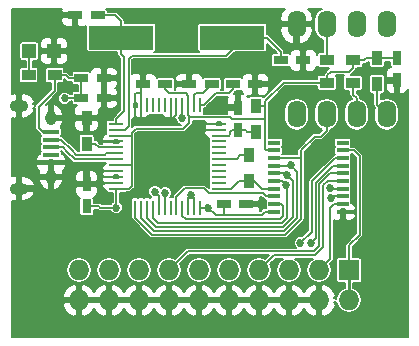
<source format=gbr>
G04 #@! TF.FileFunction,Copper,L1,Top,Signal*
%FSLAX46Y46*%
G04 Gerber Fmt 4.6, Leading zero omitted, Abs format (unit mm)*
G04 Created by KiCad (PCBNEW 4.0.2+dfsg1-stable) date Thu 21 Jul 2016 06:53:58 PM COT*
%MOMM*%
G01*
G04 APERTURE LIST*
%ADD10C,0.100000*%
%ADD11R,0.750000X1.200000*%
%ADD12R,1.727200X1.727200*%
%ADD13O,1.727200X1.727200*%
%ADD14R,1.000000X0.400000*%
%ADD15R,1.200000X0.750000*%
%ADD16R,1.350000X0.400000*%
%ADD17O,0.950000X1.250000*%
%ADD18O,1.550000X1.000000*%
%ADD19R,1.200000X0.900000*%
%ADD20R,0.900000X1.200000*%
%ADD21O,1.600000X2.300000*%
%ADD22R,1.300000X0.250000*%
%ADD23R,0.250000X1.300000*%
%ADD24R,5.499100X1.998980*%
%ADD25R,1.198880X1.198880*%
%ADD26C,0.685800*%
%ADD27C,0.152400*%
%ADD28C,0.254000*%
G04 APERTURE END LIST*
D10*
D11*
X162687000Y-79563000D03*
X162687000Y-77663000D03*
D12*
X172085000Y-91440000D03*
D13*
X172085000Y-93980000D03*
X169545000Y-91440000D03*
X169545000Y-93980000D03*
X167005000Y-91440000D03*
X167005000Y-93980000D03*
X164465000Y-91440000D03*
X164465000Y-93980000D03*
X161925000Y-91440000D03*
X161925000Y-93980000D03*
X159385000Y-91440000D03*
X159385000Y-93980000D03*
X156845000Y-91440000D03*
X156845000Y-93980000D03*
X154305000Y-91440000D03*
X154305000Y-93980000D03*
X151765000Y-91440000D03*
X151765000Y-93980000D03*
X149225000Y-91440000D03*
X149225000Y-93980000D03*
D14*
X165756000Y-80641000D03*
X165756000Y-81291000D03*
X165756000Y-81941000D03*
X165756000Y-82591000D03*
X165756000Y-83241000D03*
X165756000Y-83891000D03*
X165756000Y-84541000D03*
X165756000Y-85191000D03*
X165756000Y-85841000D03*
X165756000Y-86491000D03*
X171556000Y-86491000D03*
X171556000Y-85841000D03*
X171556000Y-85191000D03*
X171556000Y-84541000D03*
X171556000Y-83891000D03*
X171556000Y-83241000D03*
X171556000Y-82591000D03*
X171556000Y-81941000D03*
X171556000Y-81291000D03*
X171556000Y-80641000D03*
D15*
X149418000Y-76835000D03*
X151318000Y-76835000D03*
D11*
X149860000Y-86040000D03*
X149860000Y-84140000D03*
D15*
X161483000Y-85852000D03*
X163383000Y-85852000D03*
X156525000Y-75692000D03*
X154625000Y-75692000D03*
D11*
X176149000Y-73472000D03*
X176149000Y-75372000D03*
D15*
X160462000Y-75692000D03*
X158562000Y-75692000D03*
X162245000Y-75692000D03*
X164145000Y-75692000D03*
X150810000Y-69850000D03*
X148910000Y-69850000D03*
X166309000Y-73660000D03*
X168209000Y-73660000D03*
D16*
X146850540Y-79725100D03*
X146850540Y-80375100D03*
X146850540Y-81025100D03*
X146850540Y-81675100D03*
X146850540Y-82325100D03*
D17*
X146850540Y-78525100D03*
X146850540Y-83525100D03*
D18*
X144150540Y-77525100D03*
X144150540Y-84525100D03*
D19*
X147150000Y-74930000D03*
X144950000Y-74930000D03*
X170223000Y-73660000D03*
X172423000Y-73660000D03*
X170223000Y-75565000D03*
X172423000Y-75565000D03*
D20*
X174447200Y-73474400D03*
X174447200Y-75674400D03*
X164211000Y-77513000D03*
X164211000Y-79713000D03*
X149860000Y-78529000D03*
X149860000Y-80729000D03*
X163576000Y-83904000D03*
X163576000Y-81704000D03*
D21*
X175260000Y-70612000D03*
X172720000Y-70612000D03*
X170180000Y-70612000D03*
X167640000Y-70612000D03*
X167640000Y-78232000D03*
X170180000Y-78232000D03*
X172720000Y-78232000D03*
X175260000Y-78232000D03*
D22*
X152368000Y-79038000D03*
X152368000Y-79538000D03*
X152368000Y-80038000D03*
X152368000Y-80538000D03*
X152368000Y-81038000D03*
X152368000Y-81538000D03*
X152368000Y-82038000D03*
X152368000Y-82538000D03*
X152368000Y-83038000D03*
X152368000Y-83538000D03*
X152368000Y-84038000D03*
X152368000Y-84538000D03*
D23*
X153968000Y-86138000D03*
X154468000Y-86138000D03*
X154968000Y-86138000D03*
X155468000Y-86138000D03*
X155968000Y-86138000D03*
X156468000Y-86138000D03*
X156968000Y-86138000D03*
X157468000Y-86138000D03*
X157968000Y-86138000D03*
X158468000Y-86138000D03*
X158968000Y-86138000D03*
X159468000Y-86138000D03*
D22*
X161068000Y-84538000D03*
X161068000Y-84038000D03*
X161068000Y-83538000D03*
X161068000Y-83038000D03*
X161068000Y-82538000D03*
X161068000Y-82038000D03*
X161068000Y-81538000D03*
X161068000Y-81038000D03*
X161068000Y-80538000D03*
X161068000Y-80038000D03*
X161068000Y-79538000D03*
X161068000Y-79038000D03*
D23*
X159468000Y-77438000D03*
X158968000Y-77438000D03*
X158468000Y-77438000D03*
X157968000Y-77438000D03*
X157468000Y-77438000D03*
X156968000Y-77438000D03*
X156468000Y-77438000D03*
X155968000Y-77438000D03*
X155468000Y-77438000D03*
X154968000Y-77438000D03*
X154468000Y-77438000D03*
X153968000Y-77438000D03*
D24*
X152781000Y-71755000D03*
X162179000Y-71755000D03*
D15*
X149418000Y-75184000D03*
X151318000Y-75184000D03*
D25*
X145000980Y-72898000D03*
X147099020Y-72898000D03*
D26*
X148005800Y-76885800D03*
X157962600Y-78587600D03*
X175412400Y-81686400D03*
X175082200Y-87680800D03*
X173736000Y-83718400D03*
X169240200Y-82448400D03*
X170230800Y-80975200D03*
X176352200Y-76936600D03*
X173659800Y-74676000D03*
X173482000Y-76606400D03*
X171373800Y-76809600D03*
X171450000Y-88011000D03*
X171373800Y-89687400D03*
X175006000Y-90449400D03*
X175031400Y-94919800D03*
X154279600Y-89585800D03*
X150545800Y-89306400D03*
X145923000Y-89230200D03*
X145973800Y-92430600D03*
X165709600Y-79705200D03*
X165633400Y-77647800D03*
X162229800Y-69951600D03*
X157962600Y-69977000D03*
X153974800Y-70027800D03*
X156235400Y-72390000D03*
X158648400Y-72339200D03*
X153212800Y-85267800D03*
X153136600Y-87452200D03*
X151409400Y-85344000D03*
X155778200Y-78765400D03*
X155803600Y-80162400D03*
X154762200Y-81559400D03*
X154736800Y-83820000D03*
X159461200Y-81280000D03*
X159359600Y-83210400D03*
X156946600Y-83362800D03*
X164236400Y-74218800D03*
X158496000Y-74041000D03*
X154432000Y-74117200D03*
X151307800Y-73660000D03*
X149428200Y-73660000D03*
X149174200Y-71932800D03*
X144957800Y-70129400D03*
X147243800Y-69926200D03*
X159512000Y-79121000D03*
X160731200Y-77774800D03*
X158724600Y-85090000D03*
X164566600Y-85826600D03*
X152374600Y-86131400D03*
X160172400Y-86131400D03*
X167970200Y-89128600D03*
X170535600Y-85318600D03*
X170484800Y-84480400D03*
X155651200Y-84785200D03*
X156489400Y-84912200D03*
X166776400Y-84226400D03*
X166852600Y-83337400D03*
X167157400Y-82550000D03*
X168859200Y-89103200D03*
D27*
X147150000Y-74930000D02*
X147150000Y-76243000D01*
X147150000Y-76243000D02*
X145796000Y-77597000D01*
X157968000Y-77438000D02*
X157968000Y-78582200D01*
X148056600Y-76835000D02*
X149418000Y-76835000D01*
X148005800Y-76885800D02*
X148056600Y-76835000D01*
X157968000Y-78582200D02*
X157962600Y-78587600D01*
X146146100Y-79725100D02*
X146850540Y-79725100D01*
X145796000Y-77597000D02*
X145796000Y-79375000D01*
X145796000Y-79375000D02*
X146146100Y-79725100D01*
X149418000Y-75184000D02*
X148336000Y-75184000D01*
X148082000Y-74930000D02*
X147150000Y-74930000D01*
X148336000Y-75184000D02*
X148082000Y-74930000D01*
X149418000Y-76835000D02*
X149418000Y-75184000D01*
X175082200Y-87680800D02*
X173736000Y-86334600D01*
X173736000Y-86334600D02*
X173736000Y-83718400D01*
X169240200Y-82448400D02*
X170230800Y-81457800D01*
X170230800Y-81457800D02*
X170230800Y-80975200D01*
X171556000Y-86491000D02*
X171556000Y-87905000D01*
X171556000Y-87905000D02*
X171450000Y-88011000D01*
X176149000Y-76733400D02*
X176149000Y-75372000D01*
X176352200Y-76936600D02*
X176149000Y-76733400D01*
X173659800Y-76428600D02*
X173659800Y-74676000D01*
X173482000Y-76606400D02*
X173659800Y-76428600D01*
X171373800Y-79349600D02*
X171373800Y-76809600D01*
X172161200Y-80137000D02*
X171373800Y-79349600D01*
X173863000Y-80137000D02*
X172161200Y-80137000D01*
X175412400Y-81686400D02*
X173863000Y-80137000D01*
X171450000Y-89611200D02*
X171450000Y-88011000D01*
X171373800Y-89687400D02*
X171450000Y-89611200D01*
X175006000Y-94894400D02*
X175006000Y-90449400D01*
X175031400Y-94919800D02*
X175006000Y-94894400D01*
X150825200Y-89585800D02*
X154279600Y-89585800D01*
X150545800Y-89306400D02*
X150825200Y-89585800D01*
X145923000Y-92379800D02*
X145923000Y-89230200D01*
X145973800Y-92430600D02*
X145923000Y-92379800D01*
X165709600Y-77724000D02*
X165709600Y-79705200D01*
X165633400Y-77647800D02*
X165709600Y-77724000D01*
X166217600Y-70612000D02*
X167640000Y-70612000D01*
X165582600Y-69977000D02*
X166217600Y-70612000D01*
X162255200Y-69977000D02*
X165582600Y-69977000D01*
X162229800Y-69951600D02*
X162255200Y-69977000D01*
X154025600Y-69977000D02*
X157962600Y-69977000D01*
X153974800Y-70027800D02*
X154025600Y-69977000D01*
X158597600Y-72390000D02*
X156235400Y-72390000D01*
X158648400Y-72339200D02*
X158597600Y-72390000D01*
X153136600Y-87452200D02*
X153136600Y-85344000D01*
X153136600Y-85344000D02*
X153212800Y-85267800D01*
X150952200Y-84038000D02*
X150952200Y-84886800D01*
X150952200Y-84886800D02*
X151409400Y-85344000D01*
X155778200Y-78562200D02*
X155778200Y-78765400D01*
X155803600Y-80162400D02*
X154762200Y-81203800D01*
X154762200Y-81203800D02*
X154762200Y-81559400D01*
X159461200Y-83108800D02*
X159461200Y-81280000D01*
X159359600Y-83210400D02*
X159461200Y-83108800D01*
X155194000Y-83362800D02*
X156946600Y-83362800D01*
X154736800Y-83820000D02*
X155194000Y-83362800D01*
X148910000Y-69850000D02*
X148910000Y-71668600D01*
X164145000Y-74310200D02*
X164145000Y-75692000D01*
X164236400Y-74218800D02*
X164145000Y-74310200D01*
X154508200Y-74041000D02*
X158496000Y-74041000D01*
X154432000Y-74117200D02*
X154508200Y-74041000D01*
X149428200Y-73660000D02*
X151307800Y-73660000D01*
X148910000Y-71668600D02*
X149174200Y-71932800D01*
X148910000Y-69850000D02*
X147320000Y-69850000D01*
X147099020Y-71407020D02*
X147099020Y-72898000D01*
X147091400Y-71399400D02*
X147099020Y-71407020D01*
X146227800Y-71399400D02*
X147091400Y-71399400D01*
X144957800Y-70129400D02*
X146227800Y-71399400D01*
X147320000Y-69850000D02*
X147243800Y-69926200D01*
X159823600Y-79038000D02*
X159595000Y-79038000D01*
X159595000Y-79038000D02*
X159512000Y-79121000D01*
X160843000Y-77663000D02*
X162687000Y-77663000D01*
X160731200Y-77774800D02*
X160843000Y-77663000D01*
X161068000Y-79538000D02*
X159831600Y-79538000D01*
X159823600Y-79038000D02*
X161068000Y-79038000D01*
X159664400Y-79197200D02*
X159823600Y-79038000D01*
X159664400Y-79370800D02*
X159664400Y-79197200D01*
X159831600Y-79538000D02*
X159664400Y-79370800D01*
X153968000Y-77438000D02*
X153968000Y-76498000D01*
X154012000Y-76454000D02*
X154468000Y-76454000D01*
X153968000Y-76498000D02*
X154012000Y-76454000D01*
X154468000Y-77438000D02*
X154468000Y-76454000D01*
X154468000Y-76454000D02*
X154468000Y-75849000D01*
X154468000Y-75849000D02*
X154625000Y-75692000D01*
X154468000Y-77438000D02*
X154468000Y-78562200D01*
X154432000Y-78613000D02*
X154432000Y-78562200D01*
X154432000Y-78598200D02*
X154432000Y-78613000D01*
X154468000Y-78562200D02*
X154432000Y-78598200D01*
X156968000Y-77438000D02*
X156968000Y-78562200D01*
X156972000Y-78536800D02*
X156972000Y-78562200D01*
X156972000Y-78558200D02*
X156972000Y-78536800D01*
X156968000Y-78562200D02*
X156972000Y-78558200D01*
X157468000Y-77438000D02*
X157468000Y-78294800D01*
X153968000Y-78403000D02*
X153968000Y-77438000D01*
X154127200Y-78562200D02*
X153968000Y-78403000D01*
X157200600Y-78562200D02*
X156972000Y-78562200D01*
X156972000Y-78562200D02*
X155778200Y-78562200D01*
X155778200Y-78562200D02*
X154432000Y-78562200D01*
X154432000Y-78562200D02*
X154127200Y-78562200D01*
X157468000Y-78294800D02*
X157200600Y-78562200D01*
X158468000Y-86138000D02*
X158468000Y-85346600D01*
X158468000Y-85346600D02*
X158724600Y-85090000D01*
X158968000Y-86138000D02*
X158968000Y-85333400D01*
X158968000Y-85333400D02*
X158724600Y-85090000D01*
X164541200Y-85852000D02*
X163383000Y-85852000D01*
X164566600Y-85826600D02*
X164541200Y-85852000D01*
X152368000Y-83538000D02*
X150977600Y-83538000D01*
X151028400Y-83566000D02*
X150977600Y-83566000D01*
X151005600Y-83566000D02*
X151028400Y-83566000D01*
X150977600Y-83538000D02*
X151005600Y-83566000D01*
X152368000Y-84038000D02*
X150952200Y-84038000D01*
X150952200Y-84038000D02*
X150988200Y-84038000D01*
X150988200Y-84038000D02*
X150977600Y-84048600D01*
X152368000Y-83038000D02*
X151008400Y-83038000D01*
X150886200Y-84140000D02*
X149860000Y-84140000D01*
X150977600Y-84048600D02*
X150886200Y-84140000D01*
X150977600Y-83068800D02*
X150977600Y-83566000D01*
X150977600Y-83566000D02*
X150977600Y-84048600D01*
X151008400Y-83038000D02*
X150977600Y-83068800D01*
X174447200Y-73474400D02*
X176146600Y-73474400D01*
X176146600Y-73474400D02*
X176149000Y-73472000D01*
X172423000Y-73660000D02*
X173355000Y-73660000D01*
X173540600Y-73474400D02*
X174447200Y-73474400D01*
X173355000Y-73660000D02*
X173540600Y-73474400D01*
X160324800Y-78486000D02*
X162001200Y-78486000D01*
X162179000Y-78663800D02*
X164998400Y-78663800D01*
X162001200Y-78486000D02*
X162179000Y-78663800D01*
X158572200Y-78486000D02*
X160324800Y-78486000D01*
X164211000Y-77513000D02*
X164998400Y-77513000D01*
X164998400Y-77513000D02*
X164998400Y-77520800D01*
X170223000Y-75565000D02*
X166547800Y-75565000D01*
X164998400Y-77114400D02*
X164998400Y-77520800D01*
X164998400Y-77520800D02*
X164998400Y-78300400D01*
X164998400Y-78663800D02*
X164998400Y-78300400D01*
X166547800Y-75565000D02*
X164998400Y-77114400D01*
X165756000Y-81291000D02*
X165085600Y-81291000D01*
X164998400Y-81203800D02*
X164998400Y-78663800D01*
X165085600Y-81291000D02*
X164998400Y-81203800D01*
X149860000Y-86040000D02*
X150937000Y-86040000D01*
X151028400Y-86131400D02*
X152374600Y-86131400D01*
X150937000Y-86040000D02*
X151028400Y-86131400D01*
X161483000Y-86741000D02*
X160782000Y-86741000D01*
X160782000Y-86741000D02*
X160172400Y-86131400D01*
X152368000Y-84538000D02*
X152368000Y-86124800D01*
X152368000Y-86124800D02*
X152374600Y-86131400D01*
X160165800Y-86138000D02*
X159468000Y-86138000D01*
X160172400Y-86131400D02*
X160165800Y-86138000D01*
X170223000Y-75565000D02*
X170223000Y-74937800D01*
X172423000Y-74287200D02*
X172423000Y-73660000D01*
X172085000Y-74625200D02*
X172423000Y-74287200D01*
X170535600Y-74625200D02*
X172085000Y-74625200D01*
X170223000Y-74937800D02*
X170535600Y-74625200D01*
X152368000Y-82538000D02*
X153695400Y-82538000D01*
X153670000Y-82524600D02*
X153695400Y-82524600D01*
X153682000Y-82524600D02*
X153670000Y-82524600D01*
X153695400Y-82538000D02*
X153682000Y-82524600D01*
X153695400Y-82245200D02*
X153695400Y-82524600D01*
X153695400Y-82524600D02*
X153695400Y-84277200D01*
X153695400Y-84277200D02*
X153434600Y-84538000D01*
X153434600Y-84538000D02*
X152368000Y-84538000D01*
X152368000Y-80038000D02*
X153695400Y-80038000D01*
X153670000Y-80035400D02*
X153695400Y-80035400D01*
X153692800Y-80035400D02*
X153670000Y-80035400D01*
X153695400Y-80038000D02*
X153692800Y-80035400D01*
X158468000Y-77438000D02*
X158468000Y-78280200D01*
X153695400Y-79781400D02*
X153695400Y-80035400D01*
X153695400Y-80035400D02*
X153695400Y-82245200D01*
X154025600Y-79451200D02*
X153695400Y-79781400D01*
X158064200Y-79451200D02*
X154025600Y-79451200D01*
X158572200Y-78943200D02*
X158064200Y-79451200D01*
X158572200Y-78384400D02*
X158572200Y-78486000D01*
X158572200Y-78486000D02*
X158572200Y-78943200D01*
X158468000Y-78280200D02*
X158572200Y-78384400D01*
X161483000Y-85852000D02*
X161483000Y-86741000D01*
X161483000Y-86741000D02*
X161544000Y-86741000D01*
X165756000Y-86491000D02*
X164969000Y-86491000D01*
X164719000Y-86741000D02*
X161544000Y-86741000D01*
X164969000Y-86491000D02*
X164719000Y-86741000D01*
X158468000Y-77438000D02*
X158468000Y-76680000D01*
X156525000Y-76134000D02*
X156525000Y-75692000D01*
X156845000Y-76454000D02*
X156525000Y-76134000D01*
X158242000Y-76454000D02*
X156845000Y-76454000D01*
X158468000Y-76680000D02*
X158242000Y-76454000D01*
X158968000Y-77438000D02*
X158968000Y-76617000D01*
X159700000Y-76454000D02*
X160462000Y-75692000D01*
X159131000Y-76454000D02*
X159700000Y-76454000D01*
X158968000Y-76617000D02*
X159131000Y-76454000D01*
X162245000Y-75692000D02*
X162245000Y-76134000D01*
X159798000Y-77438000D02*
X159468000Y-77438000D01*
X160782000Y-76454000D02*
X159798000Y-77438000D01*
X161925000Y-76454000D02*
X160782000Y-76454000D01*
X162245000Y-76134000D02*
X161925000Y-76454000D01*
X162687000Y-79563000D02*
X163332200Y-79563000D01*
X163474400Y-79705200D02*
X164203200Y-79705200D01*
X163332200Y-79563000D02*
X163474400Y-79705200D01*
X164203200Y-79705200D02*
X164211000Y-79713000D01*
X162687000Y-79563000D02*
X162194200Y-79563000D01*
X161922400Y-80038000D02*
X161068000Y-80038000D01*
X162026600Y-79933800D02*
X161922400Y-80038000D01*
X162026600Y-79730600D02*
X162026600Y-79933800D01*
X162194200Y-79563000D02*
X162026600Y-79730600D01*
X150810000Y-69850000D02*
X152273000Y-69850000D01*
X152781000Y-70358000D02*
X152781000Y-71755000D01*
X152273000Y-69850000D02*
X152781000Y-70358000D01*
X152368000Y-79038000D02*
X152368000Y-78645000D01*
X152781000Y-73152000D02*
X152781000Y-71755000D01*
X153035000Y-73406000D02*
X152781000Y-73152000D01*
X153035000Y-77978000D02*
X153035000Y-73406000D01*
X152368000Y-78645000D02*
X153035000Y-77978000D01*
X162179000Y-71755000D02*
X165100000Y-71755000D01*
X166309000Y-72964000D02*
X166309000Y-73660000D01*
X165100000Y-71755000D02*
X166309000Y-72964000D01*
X160655000Y-73279000D02*
X161671000Y-73279000D01*
X162179000Y-72771000D02*
X162179000Y-71755000D01*
X161671000Y-73279000D02*
X162179000Y-72771000D01*
X152368000Y-79538000D02*
X153126000Y-79538000D01*
X153670000Y-73279000D02*
X160655000Y-73279000D01*
X153416000Y-73533000D02*
X153670000Y-73279000D01*
X153416000Y-79248000D02*
X153416000Y-73533000D01*
X153126000Y-79538000D02*
X153416000Y-79248000D01*
X172085000Y-91440000D02*
X172085000Y-89331800D01*
X172477000Y-81291000D02*
X171556000Y-81291000D01*
X172974000Y-81788000D02*
X172477000Y-81291000D01*
X172974000Y-88442800D02*
X172974000Y-81788000D01*
X172085000Y-89331800D02*
X172974000Y-88442800D01*
D28*
X172085000Y-93980000D02*
X172085000Y-91440000D01*
D27*
X171556000Y-85841000D02*
X170800600Y-85841000D01*
X170510200Y-86131400D02*
X170510200Y-90474800D01*
X170800600Y-85841000D02*
X170510200Y-86131400D01*
X170510200Y-90474800D02*
X169545000Y-91440000D01*
X171556000Y-83891000D02*
X170261400Y-83891000D01*
X165735000Y-90170000D02*
X164465000Y-91440000D01*
X169214800Y-90170000D02*
X165735000Y-90170000D01*
X169900600Y-89484200D02*
X169214800Y-90170000D01*
X169900600Y-84251800D02*
X169900600Y-89484200D01*
X170261400Y-83891000D02*
X169900600Y-84251800D01*
X170916000Y-81941000D02*
X171556000Y-81941000D01*
X168935400Y-83921600D02*
X170916000Y-81941000D01*
X168935400Y-88163400D02*
X168935400Y-83921600D01*
X167970200Y-89128600D02*
X168935400Y-88163400D01*
X171556000Y-85191000D02*
X170663200Y-85191000D01*
X170663200Y-85191000D02*
X170535600Y-85318600D01*
X171556000Y-83241000D02*
X170479600Y-83241000D01*
X158445200Y-89839800D02*
X156845000Y-91440000D01*
X169113200Y-89839800D02*
X158445200Y-89839800D01*
X169570400Y-89382600D02*
X169113200Y-89839800D01*
X169570400Y-84150200D02*
X169570400Y-89382600D01*
X170479600Y-83241000D02*
X169570400Y-84150200D01*
X171556000Y-84541000D02*
X170545400Y-84541000D01*
X170545400Y-84541000D02*
X170484800Y-84480400D01*
X152368000Y-81538000D02*
X151507000Y-81538000D01*
X147685100Y-80375100D02*
X146850540Y-80375100D01*
X148590000Y-81280000D02*
X147685100Y-80375100D01*
X148590000Y-81280000D02*
X148590000Y-81280000D01*
X148971000Y-81661000D02*
X148590000Y-81280000D01*
X151384000Y-81661000D02*
X148971000Y-81661000D01*
X151507000Y-81538000D02*
X151384000Y-81661000D01*
X146850540Y-81025100D02*
X147827100Y-81025100D01*
X151134000Y-82038000D02*
X152368000Y-82038000D01*
X151130000Y-82042000D02*
X151134000Y-82038000D01*
X148844000Y-82042000D02*
X151130000Y-82042000D01*
X148209000Y-81407000D02*
X148844000Y-82042000D01*
X148209000Y-81407000D02*
X148209000Y-81407000D01*
X147827100Y-81025100D02*
X148209000Y-81407000D01*
X155968000Y-86138000D02*
X155968000Y-85152800D01*
X155651200Y-84836000D02*
X155651200Y-84785200D01*
X155968000Y-85152800D02*
X155651200Y-84836000D01*
X170223000Y-73660000D02*
X170223000Y-70655000D01*
X170223000Y-70655000D02*
X170180000Y-70612000D01*
X156468000Y-86138000D02*
X156468000Y-84933600D01*
X156468000Y-84933600D02*
X156489400Y-84912200D01*
X172720000Y-78232000D02*
X172720000Y-76860400D01*
X172423000Y-76563400D02*
X172423000Y-75565000D01*
X172720000Y-76860400D02*
X172423000Y-76563400D01*
X174447200Y-75674400D02*
X174447200Y-77419200D01*
X174447200Y-77419200D02*
X175260000Y-78232000D01*
X149860000Y-80729000D02*
X150579000Y-80729000D01*
X150888000Y-81038000D02*
X152368000Y-81038000D01*
X150579000Y-80729000D02*
X150888000Y-81038000D01*
X163576000Y-83904000D02*
X164041000Y-83904000D01*
X164678000Y-84541000D02*
X165756000Y-84541000D01*
X164041000Y-83904000D02*
X164678000Y-84541000D01*
X161068000Y-84538000D02*
X162096000Y-84538000D01*
X162730000Y-83904000D02*
X163576000Y-83904000D01*
X162096000Y-84538000D02*
X162730000Y-83904000D01*
X161068000Y-82038000D02*
X162556000Y-82038000D01*
X162890000Y-81704000D02*
X163576000Y-81704000D01*
X162556000Y-82038000D02*
X162890000Y-81704000D01*
X163496000Y-82038000D02*
X163576000Y-81958000D01*
X165756000Y-83891000D02*
X166441000Y-83891000D01*
X166441000Y-83891000D02*
X166776400Y-84226400D01*
X155468000Y-86138000D02*
X155468000Y-87015000D01*
X166364800Y-83891000D02*
X165756000Y-83891000D01*
X166827200Y-84353400D02*
X166364800Y-83891000D01*
X166827200Y-86995000D02*
X166827200Y-84353400D01*
X166395398Y-87426802D02*
X166827200Y-86995000D01*
X155879802Y-87426802D02*
X166395398Y-87426802D01*
X155468000Y-87015000D02*
X155879802Y-87426802D01*
X165743000Y-83904000D02*
X165756000Y-83891000D01*
X167157400Y-87096600D02*
X167360600Y-86893400D01*
X167360600Y-83845400D02*
X166852600Y-83337400D01*
X167360600Y-86893400D02*
X167360600Y-83845400D01*
X165756000Y-83241000D02*
X166756200Y-83241000D01*
X166756200Y-83241000D02*
X166852600Y-83337400D01*
X154968000Y-86138000D02*
X154968000Y-86997600D01*
X166497000Y-87757000D02*
X167157400Y-87096600D01*
X155727400Y-87757000D02*
X166497000Y-87757000D01*
X154968000Y-86997600D02*
X155727400Y-87757000D01*
X167487600Y-87198200D02*
X167690800Y-86995000D01*
X167690800Y-83083400D02*
X167157400Y-82550000D01*
X167690800Y-86995000D02*
X167690800Y-83083400D01*
X154468000Y-86138000D02*
X154468000Y-87005600D01*
X166598600Y-88087200D02*
X167487600Y-87198200D01*
X155549600Y-88087200D02*
X166598600Y-88087200D01*
X154468000Y-87005600D02*
X155549600Y-88087200D01*
X165756000Y-82591000D02*
X167116400Y-82591000D01*
X167116400Y-82591000D02*
X167157400Y-82550000D01*
X165756000Y-81941000D02*
X168021000Y-81941000D01*
X168021000Y-81941000D02*
X168021000Y-81940400D01*
X168021000Y-82448400D02*
X168021000Y-81940400D01*
X168021000Y-81940400D02*
X168021000Y-81280000D01*
X168021000Y-87096600D02*
X167817800Y-87299800D01*
X168021000Y-82448400D02*
X168021000Y-87096600D01*
X169672000Y-80137000D02*
X170180000Y-79629000D01*
X169164000Y-80137000D02*
X169672000Y-80137000D01*
X168021000Y-81280000D02*
X169164000Y-80137000D01*
X170180000Y-79629000D02*
X170180000Y-78232000D01*
X153968000Y-86988200D02*
X153968000Y-86138000D01*
X167817800Y-87299800D02*
X166700200Y-88417400D01*
X166700200Y-88417400D02*
X155397200Y-88417400D01*
X155397200Y-88417400D02*
X153968000Y-86988200D01*
X157468000Y-86138000D02*
X157468000Y-85229000D01*
X159791400Y-84505800D02*
X160197800Y-84912200D01*
X158191200Y-84505800D02*
X159791400Y-84505800D01*
X157468000Y-85229000D02*
X158191200Y-84505800D01*
X160197800Y-84912200D02*
X164795200Y-84912200D01*
X165074000Y-85191000D02*
X165756000Y-85191000D01*
X164795200Y-84912200D02*
X165074000Y-85191000D01*
X165756000Y-85841000D02*
X166359000Y-85841000D01*
X157968000Y-86848000D02*
X157968000Y-86138000D01*
X158242000Y-87122000D02*
X157968000Y-86848000D01*
X166243000Y-87122000D02*
X158242000Y-87122000D01*
X166497000Y-86868000D02*
X166243000Y-87122000D01*
X166497000Y-85979000D02*
X166497000Y-86868000D01*
X166359000Y-85841000D02*
X166497000Y-85979000D01*
X145000980Y-72898000D02*
X145000980Y-74879020D01*
X145000980Y-74879020D02*
X144950000Y-74930000D01*
X168859200Y-89103200D02*
X169265598Y-88696802D01*
X169265598Y-88696802D02*
X169265598Y-84023202D01*
X169265598Y-84023202D02*
X170697800Y-82591000D01*
X170697800Y-82591000D02*
X171556000Y-82591000D01*
G36*
X147725800Y-69358796D02*
X147725800Y-69526150D01*
X147871850Y-69672200D01*
X148732200Y-69672200D01*
X148732200Y-69652200D01*
X149087800Y-69652200D01*
X149087800Y-69672200D01*
X149107800Y-69672200D01*
X149107800Y-70027800D01*
X149087800Y-70027800D01*
X149087800Y-70663150D01*
X149233850Y-70809200D01*
X149626205Y-70809200D01*
X149802268Y-70736273D01*
X149798372Y-70755510D01*
X149798372Y-72754490D01*
X149814312Y-72839204D01*
X149864378Y-72917008D01*
X149940770Y-72969205D01*
X150031450Y-72987568D01*
X152476200Y-72987568D01*
X152476200Y-73152000D01*
X152499402Y-73268642D01*
X152565474Y-73367526D01*
X152730200Y-73532252D01*
X152730200Y-77851748D01*
X152152474Y-78429474D01*
X152086402Y-78528358D01*
X152063200Y-78645000D01*
X152063200Y-78679922D01*
X151718000Y-78679922D01*
X151633286Y-78695862D01*
X151555482Y-78745928D01*
X151503285Y-78822320D01*
X151484922Y-78913000D01*
X151484922Y-79163000D01*
X151500862Y-79247714D01*
X151526761Y-79287962D01*
X151503285Y-79322320D01*
X151484922Y-79413000D01*
X151484922Y-79663000D01*
X151500862Y-79747714D01*
X151526761Y-79787962D01*
X151503285Y-79822320D01*
X151492833Y-79873933D01*
X151387077Y-79917739D01*
X151222739Y-80082078D01*
X151133800Y-80296796D01*
X151133800Y-80329450D01*
X151279850Y-80475500D01*
X152190200Y-80475500D01*
X152190200Y-80413000D01*
X152545800Y-80413000D01*
X152545800Y-80475500D01*
X152565800Y-80475500D01*
X152565800Y-80600500D01*
X152545800Y-80600500D01*
X152545800Y-80663000D01*
X152190200Y-80663000D01*
X152190200Y-80600500D01*
X151279850Y-80600500D01*
X151147150Y-80733200D01*
X151014252Y-80733200D01*
X150794526Y-80513474D01*
X150695642Y-80447402D01*
X150579000Y-80424200D01*
X150543078Y-80424200D01*
X150543078Y-80129000D01*
X150527138Y-80044286D01*
X150477072Y-79966482D01*
X150400680Y-79914285D01*
X150310000Y-79895922D01*
X149410000Y-79895922D01*
X149325286Y-79911862D01*
X149247482Y-79961928D01*
X149195285Y-80038320D01*
X149176922Y-80129000D01*
X149176922Y-81329000D01*
X149182040Y-81356200D01*
X149097252Y-81356200D01*
X147900626Y-80159574D01*
X147801742Y-80093502D01*
X147736307Y-80080486D01*
X147716779Y-80050138D01*
X147740255Y-80015780D01*
X147758618Y-79925100D01*
X147758618Y-79525100D01*
X147742678Y-79440386D01*
X147692612Y-79362582D01*
X147654084Y-79336256D01*
X147737142Y-79251015D01*
X147890046Y-78867888D01*
X147878317Y-78852850D01*
X148825800Y-78852850D01*
X148825800Y-79245205D01*
X148914739Y-79459923D01*
X149079078Y-79624261D01*
X149293796Y-79713200D01*
X149536150Y-79713200D01*
X149682200Y-79567150D01*
X149682200Y-78706800D01*
X150037800Y-78706800D01*
X150037800Y-79567150D01*
X150183850Y-79713200D01*
X150426204Y-79713200D01*
X150640922Y-79624261D01*
X150805261Y-79459923D01*
X150894200Y-79245205D01*
X150894200Y-78852850D01*
X150748150Y-78706800D01*
X150037800Y-78706800D01*
X149682200Y-78706800D01*
X148971850Y-78706800D01*
X148825800Y-78852850D01*
X147878317Y-78852850D01*
X147761357Y-78702900D01*
X147028340Y-78702900D01*
X147028340Y-78722900D01*
X146672740Y-78722900D01*
X146672740Y-78702900D01*
X146652740Y-78702900D01*
X146652740Y-78347300D01*
X146672740Y-78347300D01*
X146672740Y-77479427D01*
X147028340Y-77479427D01*
X147028340Y-78347300D01*
X147761357Y-78347300D01*
X147890046Y-78182312D01*
X147737142Y-77799185D01*
X147449260Y-77503736D01*
X147189495Y-77371600D01*
X147028340Y-77479427D01*
X146672740Y-77479427D01*
X146511585Y-77371600D01*
X146391231Y-77432821D01*
X147365526Y-76458526D01*
X147431598Y-76359642D01*
X147454800Y-76243000D01*
X147454800Y-75613078D01*
X147750000Y-75613078D01*
X147834714Y-75597138D01*
X147912518Y-75547072D01*
X147964715Y-75470680D01*
X147983078Y-75380000D01*
X147983078Y-75262130D01*
X148120474Y-75399526D01*
X148219358Y-75465598D01*
X148336000Y-75488800D01*
X148584922Y-75488800D01*
X148584922Y-75559000D01*
X148600862Y-75643714D01*
X148650928Y-75721518D01*
X148727320Y-75773715D01*
X148818000Y-75792078D01*
X149113200Y-75792078D01*
X149113200Y-76226922D01*
X148818000Y-76226922D01*
X148733286Y-76242862D01*
X148655482Y-76292928D01*
X148603285Y-76369320D01*
X148584922Y-76460000D01*
X148584922Y-76530200D01*
X148458338Y-76530200D01*
X148329951Y-76401589D01*
X148119977Y-76314400D01*
X147892620Y-76314201D01*
X147682494Y-76401024D01*
X147521589Y-76561649D01*
X147434400Y-76771623D01*
X147434201Y-76998980D01*
X147521024Y-77209106D01*
X147681649Y-77370011D01*
X147891623Y-77457200D01*
X148118980Y-77457399D01*
X148329106Y-77370576D01*
X148490011Y-77209951D01*
X148519140Y-77139800D01*
X148584922Y-77139800D01*
X148584922Y-77210000D01*
X148600862Y-77294714D01*
X148650928Y-77372518D01*
X148727320Y-77424715D01*
X148818000Y-77443078D01*
X149069739Y-77443078D01*
X148914739Y-77598077D01*
X148825800Y-77812795D01*
X148825800Y-78205150D01*
X148971850Y-78351200D01*
X149682200Y-78351200D01*
X149682200Y-78331200D01*
X150037800Y-78331200D01*
X150037800Y-78351200D01*
X150748150Y-78351200D01*
X150894200Y-78205150D01*
X150894200Y-77812795D01*
X150886498Y-77794200D01*
X150994150Y-77794200D01*
X151140200Y-77648150D01*
X151140200Y-77012800D01*
X151495800Y-77012800D01*
X151495800Y-77648150D01*
X151641850Y-77794200D01*
X152034205Y-77794200D01*
X152248923Y-77705261D01*
X152413261Y-77540922D01*
X152502200Y-77326204D01*
X152502200Y-77158850D01*
X152356150Y-77012800D01*
X151495800Y-77012800D01*
X151140200Y-77012800D01*
X151120200Y-77012800D01*
X151120200Y-76657200D01*
X151140200Y-76657200D01*
X151140200Y-76021850D01*
X151127850Y-76009500D01*
X151140200Y-75997150D01*
X151140200Y-75361800D01*
X151495800Y-75361800D01*
X151495800Y-75997150D01*
X151508150Y-76009500D01*
X151495800Y-76021850D01*
X151495800Y-76657200D01*
X152356150Y-76657200D01*
X152502200Y-76511150D01*
X152502200Y-76343796D01*
X152413261Y-76129078D01*
X152293684Y-76009500D01*
X152413261Y-75889922D01*
X152502200Y-75675204D01*
X152502200Y-75507850D01*
X152356150Y-75361800D01*
X151495800Y-75361800D01*
X151140200Y-75361800D01*
X151120200Y-75361800D01*
X151120200Y-75006200D01*
X151140200Y-75006200D01*
X151140200Y-74370850D01*
X151495800Y-74370850D01*
X151495800Y-75006200D01*
X152356150Y-75006200D01*
X152502200Y-74860150D01*
X152502200Y-74692796D01*
X152413261Y-74478078D01*
X152248923Y-74313739D01*
X152034205Y-74224800D01*
X151641850Y-74224800D01*
X151495800Y-74370850D01*
X151140200Y-74370850D01*
X150994150Y-74224800D01*
X150601795Y-74224800D01*
X150387077Y-74313739D01*
X150222739Y-74478078D01*
X150160062Y-74629393D01*
X150108680Y-74594285D01*
X150018000Y-74575922D01*
X148818000Y-74575922D01*
X148733286Y-74591862D01*
X148655482Y-74641928D01*
X148603285Y-74718320D01*
X148584922Y-74809000D01*
X148584922Y-74879200D01*
X148462252Y-74879200D01*
X148297526Y-74714474D01*
X148198642Y-74648402D01*
X148082000Y-74625200D01*
X147983078Y-74625200D01*
X147983078Y-74480000D01*
X147967138Y-74395286D01*
X147917072Y-74317482D01*
X147840680Y-74265285D01*
X147750000Y-74246922D01*
X146550000Y-74246922D01*
X146465286Y-74262862D01*
X146387482Y-74312928D01*
X146335285Y-74389320D01*
X146316922Y-74480000D01*
X146316922Y-75380000D01*
X146332862Y-75464714D01*
X146382928Y-75542518D01*
X146459320Y-75594715D01*
X146550000Y-75613078D01*
X146845200Y-75613078D01*
X146845200Y-76116748D01*
X145580474Y-77381474D01*
X145514402Y-77480358D01*
X145509740Y-77503795D01*
X145509740Y-77347298D01*
X145346688Y-77347298D01*
X145454080Y-77182179D01*
X145251959Y-76804526D01*
X144913300Y-76543119D01*
X144500384Y-76431210D01*
X144328340Y-76579019D01*
X144328340Y-77347300D01*
X144348340Y-77347300D01*
X144348340Y-77702900D01*
X144328340Y-77702900D01*
X144328340Y-78471181D01*
X144500384Y-78618990D01*
X144913300Y-78507081D01*
X145251959Y-78245674D01*
X145454080Y-77868021D01*
X145346688Y-77702902D01*
X145491200Y-77702902D01*
X145491200Y-79375000D01*
X145514402Y-79491642D01*
X145580474Y-79590526D01*
X145930574Y-79940626D01*
X145947513Y-79951944D01*
X145958402Y-80009814D01*
X145984301Y-80050062D01*
X145960825Y-80084420D01*
X145942462Y-80175100D01*
X145942462Y-80575100D01*
X145958402Y-80659814D01*
X145984301Y-80700062D01*
X145960825Y-80734420D01*
X145942462Y-80825100D01*
X145942462Y-81225100D01*
X145958402Y-81309814D01*
X145984301Y-81350062D01*
X145960825Y-81384420D01*
X145942462Y-81475100D01*
X145942462Y-81589310D01*
X145844617Y-81629839D01*
X145680279Y-81794178D01*
X145591340Y-82008896D01*
X145591340Y-82079050D01*
X145737390Y-82225100D01*
X146672740Y-82225100D01*
X146672740Y-82127300D01*
X147028340Y-82127300D01*
X147028340Y-82225100D01*
X147963690Y-82225100D01*
X148109740Y-82079050D01*
X148109740Y-82008896D01*
X148020801Y-81794178D01*
X147856463Y-81629839D01*
X147758618Y-81589310D01*
X147758618Y-81475100D01*
X147742678Y-81390386D01*
X147716779Y-81350138D01*
X147718527Y-81347579D01*
X148628474Y-82257526D01*
X148727358Y-82323598D01*
X148844000Y-82346800D01*
X151130000Y-82346800D01*
X151150109Y-82342800D01*
X151499138Y-82342800D01*
X151492833Y-82373933D01*
X151387077Y-82417739D01*
X151222739Y-82582078D01*
X151133800Y-82796796D01*
X151133800Y-82829450D01*
X151279850Y-82975500D01*
X151329316Y-82975500D01*
X151222739Y-83082078D01*
X151169329Y-83211021D01*
X151133800Y-83246550D01*
X151133800Y-83279204D01*
X151137443Y-83288000D01*
X151133800Y-83296796D01*
X151133800Y-83329450D01*
X151169329Y-83364979D01*
X151222739Y-83493922D01*
X151266817Y-83538000D01*
X151222739Y-83582078D01*
X151169329Y-83711021D01*
X151133800Y-83746550D01*
X151133800Y-83779204D01*
X151137443Y-83788000D01*
X151133800Y-83796796D01*
X151133800Y-83829450D01*
X151169329Y-83864979D01*
X151222739Y-83993922D01*
X151329316Y-84100500D01*
X151279850Y-84100500D01*
X151133800Y-84246550D01*
X151133800Y-84279204D01*
X151222739Y-84493922D01*
X151387077Y-84658261D01*
X151492226Y-84701815D01*
X151500862Y-84747714D01*
X151550928Y-84825518D01*
X151627320Y-84877715D01*
X151718000Y-84896078D01*
X152063200Y-84896078D01*
X152063200Y-85641705D01*
X152051294Y-85646624D01*
X151890389Y-85807249D01*
X151882354Y-85826600D01*
X151154652Y-85826600D01*
X151152526Y-85824474D01*
X151053642Y-85758402D01*
X150937000Y-85735200D01*
X150468078Y-85735200D01*
X150468078Y-85440000D01*
X150452138Y-85355286D01*
X150415103Y-85297732D01*
X150565922Y-85235261D01*
X150730261Y-85070923D01*
X150819200Y-84856205D01*
X150819200Y-84463850D01*
X150673150Y-84317800D01*
X150037800Y-84317800D01*
X150037800Y-84337800D01*
X149682200Y-84337800D01*
X149682200Y-84317800D01*
X149046850Y-84317800D01*
X148900800Y-84463850D01*
X148900800Y-84856205D01*
X148989739Y-85070923D01*
X149154078Y-85235261D01*
X149305393Y-85297938D01*
X149270285Y-85349320D01*
X149251922Y-85440000D01*
X149251922Y-86640000D01*
X149267862Y-86724714D01*
X149317928Y-86802518D01*
X149394320Y-86854715D01*
X149485000Y-86873078D01*
X150235000Y-86873078D01*
X150319714Y-86857138D01*
X150397518Y-86807072D01*
X150449715Y-86730680D01*
X150468078Y-86640000D01*
X150468078Y-86344800D01*
X150810748Y-86344800D01*
X150812874Y-86346926D01*
X150911758Y-86412998D01*
X151028400Y-86436200D01*
X151882177Y-86436200D01*
X151889824Y-86454706D01*
X152050449Y-86615611D01*
X152260423Y-86702800D01*
X152487780Y-86702999D01*
X152697906Y-86616176D01*
X152858811Y-86455551D01*
X152946000Y-86245577D01*
X152946199Y-86018220D01*
X152859376Y-85808094D01*
X152698751Y-85647189D01*
X152672800Y-85636413D01*
X152672800Y-84896078D01*
X153018000Y-84896078D01*
X153102714Y-84880138D01*
X153160738Y-84842800D01*
X153434600Y-84842800D01*
X153551242Y-84819598D01*
X153650126Y-84753526D01*
X153910926Y-84492726D01*
X153919162Y-84480400D01*
X153976998Y-84393842D01*
X154000200Y-84277200D01*
X154000200Y-79907652D01*
X154151852Y-79756000D01*
X158064200Y-79756000D01*
X158180842Y-79732798D01*
X158279726Y-79666726D01*
X158787726Y-79158726D01*
X158853798Y-79059842D01*
X158860075Y-79028286D01*
X158877000Y-78943200D01*
X158877000Y-78790800D01*
X159836284Y-78790800D01*
X159833800Y-78796796D01*
X159833800Y-78829450D01*
X159979850Y-78975500D01*
X160029316Y-78975500D01*
X159922739Y-79082078D01*
X159869329Y-79211021D01*
X159833800Y-79246550D01*
X159833800Y-79279204D01*
X159837443Y-79288000D01*
X159833800Y-79296796D01*
X159833800Y-79329450D01*
X159869329Y-79364979D01*
X159922739Y-79493922D01*
X160029316Y-79600500D01*
X159979850Y-79600500D01*
X159833800Y-79746550D01*
X159833800Y-79779204D01*
X159922739Y-79993922D01*
X160087077Y-80158261D01*
X160192226Y-80201815D01*
X160200862Y-80247714D01*
X160226761Y-80287962D01*
X160203285Y-80322320D01*
X160184922Y-80413000D01*
X160184922Y-80663000D01*
X160200862Y-80747714D01*
X160226761Y-80787962D01*
X160203285Y-80822320D01*
X160184922Y-80913000D01*
X160184922Y-81163000D01*
X160200862Y-81247714D01*
X160226761Y-81287962D01*
X160203285Y-81322320D01*
X160184922Y-81413000D01*
X160184922Y-81663000D01*
X160200862Y-81747714D01*
X160226761Y-81787962D01*
X160203285Y-81822320D01*
X160184922Y-81913000D01*
X160184922Y-82163000D01*
X160200862Y-82247714D01*
X160226761Y-82287962D01*
X160203285Y-82322320D01*
X160184922Y-82413000D01*
X160184922Y-82663000D01*
X160200862Y-82747714D01*
X160226761Y-82787962D01*
X160203285Y-82822320D01*
X160184922Y-82913000D01*
X160184922Y-83163000D01*
X160200862Y-83247714D01*
X160226761Y-83287962D01*
X160203285Y-83322320D01*
X160184922Y-83413000D01*
X160184922Y-83663000D01*
X160200862Y-83747714D01*
X160226761Y-83787962D01*
X160203285Y-83822320D01*
X160184922Y-83913000D01*
X160184922Y-84163000D01*
X160200862Y-84247714D01*
X160226761Y-84287962D01*
X160203285Y-84322320D01*
X160184922Y-84413000D01*
X160184922Y-84468270D01*
X160006926Y-84290274D01*
X159908042Y-84224202D01*
X159791400Y-84201000D01*
X158191200Y-84201000D01*
X158074558Y-84224202D01*
X157975674Y-84290274D01*
X157252474Y-85013474D01*
X157186402Y-85112358D01*
X157163200Y-85229000D01*
X157163200Y-85269138D01*
X157093000Y-85254922D01*
X156955008Y-85254922D01*
X156973611Y-85236351D01*
X157060800Y-85026377D01*
X157060999Y-84799020D01*
X156974176Y-84588894D01*
X156813551Y-84427989D01*
X156603577Y-84340800D01*
X156376220Y-84340601D01*
X156166094Y-84427424D01*
X156133774Y-84459688D01*
X155975351Y-84300989D01*
X155765377Y-84213800D01*
X155538020Y-84213601D01*
X155327894Y-84300424D01*
X155166989Y-84461049D01*
X155079800Y-84671023D01*
X155079601Y-84898380D01*
X155166424Y-85108506D01*
X155317395Y-85259740D01*
X155258286Y-85270862D01*
X155218038Y-85296761D01*
X155183680Y-85273285D01*
X155093000Y-85254922D01*
X154843000Y-85254922D01*
X154758286Y-85270862D01*
X154718038Y-85296761D01*
X154683680Y-85273285D01*
X154593000Y-85254922D01*
X154343000Y-85254922D01*
X154258286Y-85270862D01*
X154218038Y-85296761D01*
X154183680Y-85273285D01*
X154093000Y-85254922D01*
X153843000Y-85254922D01*
X153758286Y-85270862D01*
X153680482Y-85320928D01*
X153628285Y-85397320D01*
X153609922Y-85488000D01*
X153609922Y-86788000D01*
X153625862Y-86872714D01*
X153663200Y-86930738D01*
X153663200Y-86988200D01*
X153686402Y-87104842D01*
X153752474Y-87203726D01*
X155181674Y-88632926D01*
X155280558Y-88698998D01*
X155397200Y-88722200D01*
X166700200Y-88722200D01*
X166816842Y-88698998D01*
X166915726Y-88632926D01*
X168236526Y-87312126D01*
X168302598Y-87213242D01*
X168325800Y-87096600D01*
X168325800Y-81406252D01*
X169290252Y-80441800D01*
X169672000Y-80441800D01*
X169788642Y-80418598D01*
X169887526Y-80352526D01*
X170395526Y-79844526D01*
X170461598Y-79745642D01*
X170468091Y-79713000D01*
X170484800Y-79629000D01*
X170484800Y-79576979D01*
X170573628Y-79559310D01*
X170907330Y-79336338D01*
X171130302Y-79002636D01*
X171208600Y-78609008D01*
X171208600Y-77854992D01*
X171130302Y-77461364D01*
X170907330Y-77127662D01*
X170573628Y-76904690D01*
X170180000Y-76826392D01*
X169786372Y-76904690D01*
X169452670Y-77127662D01*
X169229698Y-77461364D01*
X169151400Y-77854992D01*
X169151400Y-78609008D01*
X169229698Y-79002636D01*
X169452670Y-79336338D01*
X169786372Y-79559310D01*
X169813285Y-79564663D01*
X169545748Y-79832200D01*
X169164000Y-79832200D01*
X169047358Y-79855402D01*
X168948474Y-79921474D01*
X167805474Y-81064474D01*
X167739402Y-81163358D01*
X167716200Y-81280000D01*
X167716200Y-81636200D01*
X166460213Y-81636200D01*
X166447239Y-81616038D01*
X166470715Y-81581680D01*
X166489078Y-81491000D01*
X166489078Y-81091000D01*
X166473138Y-81006286D01*
X166447239Y-80966038D01*
X166470715Y-80931680D01*
X166489078Y-80841000D01*
X166489078Y-80441000D01*
X166473138Y-80356286D01*
X166423072Y-80278482D01*
X166346680Y-80226285D01*
X166256000Y-80207922D01*
X165303200Y-80207922D01*
X165303200Y-77854992D01*
X166611400Y-77854992D01*
X166611400Y-78609008D01*
X166689698Y-79002636D01*
X166912670Y-79336338D01*
X167246372Y-79559310D01*
X167640000Y-79637608D01*
X168033628Y-79559310D01*
X168367330Y-79336338D01*
X168590302Y-79002636D01*
X168668600Y-78609008D01*
X168668600Y-77854992D01*
X168590302Y-77461364D01*
X168367330Y-77127662D01*
X168033628Y-76904690D01*
X167640000Y-76826392D01*
X167246372Y-76904690D01*
X166912670Y-77127662D01*
X166689698Y-77461364D01*
X166611400Y-77854992D01*
X165303200Y-77854992D01*
X165303200Y-77240652D01*
X166674052Y-75869800D01*
X169389922Y-75869800D01*
X169389922Y-76015000D01*
X169405862Y-76099714D01*
X169455928Y-76177518D01*
X169532320Y-76229715D01*
X169623000Y-76248078D01*
X170823000Y-76248078D01*
X170907714Y-76232138D01*
X170985518Y-76182072D01*
X171037715Y-76105680D01*
X171056078Y-76015000D01*
X171056078Y-75115000D01*
X171040138Y-75030286D01*
X170990072Y-74952482D01*
X170957169Y-74930000D01*
X171688343Y-74930000D01*
X171660482Y-74947928D01*
X171608285Y-75024320D01*
X171589922Y-75115000D01*
X171589922Y-76015000D01*
X171605862Y-76099714D01*
X171655928Y-76177518D01*
X171732320Y-76229715D01*
X171823000Y-76248078D01*
X172118200Y-76248078D01*
X172118200Y-76563400D01*
X172141402Y-76680042D01*
X172207474Y-76778926D01*
X172332099Y-76903551D01*
X172326372Y-76904690D01*
X171992670Y-77127662D01*
X171769698Y-77461364D01*
X171691400Y-77854992D01*
X171691400Y-78609008D01*
X171769698Y-79002636D01*
X171992670Y-79336338D01*
X172326372Y-79559310D01*
X172720000Y-79637608D01*
X173113628Y-79559310D01*
X173447330Y-79336338D01*
X173670302Y-79002636D01*
X173748600Y-78609008D01*
X173748600Y-77854992D01*
X173670302Y-77461364D01*
X173447330Y-77127662D01*
X173113628Y-76904690D01*
X173024800Y-76887021D01*
X173024800Y-76860400D01*
X173001598Y-76743758D01*
X172935526Y-76644874D01*
X172727800Y-76437148D01*
X172727800Y-76248078D01*
X173023000Y-76248078D01*
X173107714Y-76232138D01*
X173185518Y-76182072D01*
X173237715Y-76105680D01*
X173256078Y-76015000D01*
X173256078Y-75115000D01*
X173248439Y-75074400D01*
X173764122Y-75074400D01*
X173764122Y-76274400D01*
X173780062Y-76359114D01*
X173830128Y-76436918D01*
X173906520Y-76489115D01*
X173997200Y-76507478D01*
X174142400Y-76507478D01*
X174142400Y-77419200D01*
X174165602Y-77535842D01*
X174231674Y-77634726D01*
X174267990Y-77671042D01*
X174231400Y-77854992D01*
X174231400Y-78609008D01*
X174309698Y-79002636D01*
X174532670Y-79336338D01*
X174866372Y-79559310D01*
X175260000Y-79637608D01*
X175653628Y-79559310D01*
X175987330Y-79336338D01*
X176210302Y-79002636D01*
X176288600Y-78609008D01*
X176288600Y-77854992D01*
X176210302Y-77461364D01*
X175987330Y-77127662D01*
X175653628Y-76904690D01*
X175260000Y-76826392D01*
X174866372Y-76904690D01*
X174752000Y-76981111D01*
X174752000Y-76507478D01*
X174897200Y-76507478D01*
X174981914Y-76491538D01*
X175059718Y-76441472D01*
X175111915Y-76365080D01*
X175130278Y-76274400D01*
X175130278Y-75695850D01*
X175189800Y-75695850D01*
X175189800Y-76088205D01*
X175278739Y-76302923D01*
X175443078Y-76467261D01*
X175657796Y-76556200D01*
X175825150Y-76556200D01*
X175971200Y-76410150D01*
X175971200Y-75549800D01*
X175335850Y-75549800D01*
X175189800Y-75695850D01*
X175130278Y-75695850D01*
X175130278Y-75074400D01*
X175114338Y-74989686D01*
X175064272Y-74911882D01*
X174987880Y-74859685D01*
X174897200Y-74841322D01*
X173997200Y-74841322D01*
X173912486Y-74857262D01*
X173834682Y-74907328D01*
X173782485Y-74983720D01*
X173764122Y-75074400D01*
X173248439Y-75074400D01*
X173240138Y-75030286D01*
X173190072Y-74952482D01*
X173113680Y-74900285D01*
X173023000Y-74881922D01*
X172238872Y-74881922D01*
X172300526Y-74840726D01*
X172638526Y-74502726D01*
X172704598Y-74403842D01*
X172716685Y-74343078D01*
X173023000Y-74343078D01*
X173107714Y-74327138D01*
X173185518Y-74277072D01*
X173237715Y-74200680D01*
X173256078Y-74110000D01*
X173256078Y-73964800D01*
X173355000Y-73964800D01*
X173471642Y-73941598D01*
X173570526Y-73875526D01*
X173666852Y-73779200D01*
X173764122Y-73779200D01*
X173764122Y-74074400D01*
X173780062Y-74159114D01*
X173830128Y-74236918D01*
X173906520Y-74289115D01*
X173997200Y-74307478D01*
X174897200Y-74307478D01*
X174981914Y-74291538D01*
X175059718Y-74241472D01*
X175111915Y-74165080D01*
X175130278Y-74074400D01*
X175130278Y-73779200D01*
X175540922Y-73779200D01*
X175540922Y-74072000D01*
X175556862Y-74156714D01*
X175593897Y-74214268D01*
X175443078Y-74276739D01*
X175278739Y-74441077D01*
X175189800Y-74655795D01*
X175189800Y-75048150D01*
X175335850Y-75194200D01*
X175971200Y-75194200D01*
X175971200Y-75174200D01*
X176326800Y-75174200D01*
X176326800Y-75194200D01*
X176346800Y-75194200D01*
X176346800Y-75549800D01*
X176326800Y-75549800D01*
X176326800Y-76410150D01*
X176472850Y-76556200D01*
X176640204Y-76556200D01*
X176854922Y-76467261D01*
X177019261Y-76302923D01*
X177088800Y-76135041D01*
X177088800Y-97078800D01*
X143586200Y-97078800D01*
X143586200Y-94380382D01*
X147833663Y-94380382D01*
X147958052Y-94680719D01*
X148322646Y-95112220D01*
X148824615Y-95371351D01*
X149047200Y-95270805D01*
X149047200Y-94157800D01*
X149402800Y-94157800D01*
X149402800Y-95270805D01*
X149625385Y-95371351D01*
X150127354Y-95112220D01*
X150491948Y-94680719D01*
X150495000Y-94673350D01*
X150498052Y-94680719D01*
X150862646Y-95112220D01*
X151364615Y-95371351D01*
X151587200Y-95270805D01*
X151587200Y-94157800D01*
X151942800Y-94157800D01*
X151942800Y-95270805D01*
X152165385Y-95371351D01*
X152667354Y-95112220D01*
X153031948Y-94680719D01*
X153035000Y-94673350D01*
X153038052Y-94680719D01*
X153402646Y-95112220D01*
X153904615Y-95371351D01*
X154127200Y-95270805D01*
X154127200Y-94157800D01*
X154482800Y-94157800D01*
X154482800Y-95270805D01*
X154705385Y-95371351D01*
X155207354Y-95112220D01*
X155571948Y-94680719D01*
X155575000Y-94673350D01*
X155578052Y-94680719D01*
X155942646Y-95112220D01*
X156444615Y-95371351D01*
X156667200Y-95270805D01*
X156667200Y-94157800D01*
X157022800Y-94157800D01*
X157022800Y-95270805D01*
X157245385Y-95371351D01*
X157747354Y-95112220D01*
X158111948Y-94680719D01*
X158115000Y-94673350D01*
X158118052Y-94680719D01*
X158482646Y-95112220D01*
X158984615Y-95371351D01*
X159207200Y-95270805D01*
X159207200Y-94157800D01*
X159562800Y-94157800D01*
X159562800Y-95270805D01*
X159785385Y-95371351D01*
X160287354Y-95112220D01*
X160651948Y-94680719D01*
X160655000Y-94673350D01*
X160658052Y-94680719D01*
X161022646Y-95112220D01*
X161524615Y-95371351D01*
X161747200Y-95270805D01*
X161747200Y-94157800D01*
X162102800Y-94157800D01*
X162102800Y-95270805D01*
X162325385Y-95371351D01*
X162827354Y-95112220D01*
X163191948Y-94680719D01*
X163195000Y-94673350D01*
X163198052Y-94680719D01*
X163562646Y-95112220D01*
X164064615Y-95371351D01*
X164287200Y-95270805D01*
X164287200Y-94157800D01*
X164642800Y-94157800D01*
X164642800Y-95270805D01*
X164865385Y-95371351D01*
X165367354Y-95112220D01*
X165731948Y-94680719D01*
X165735000Y-94673350D01*
X165738052Y-94680719D01*
X166102646Y-95112220D01*
X166604615Y-95371351D01*
X166827200Y-95270805D01*
X166827200Y-94157800D01*
X167182800Y-94157800D01*
X167182800Y-95270805D01*
X167405385Y-95371351D01*
X167907354Y-95112220D01*
X168271948Y-94680719D01*
X168275000Y-94673350D01*
X168278052Y-94680719D01*
X168642646Y-95112220D01*
X169144615Y-95371351D01*
X169367200Y-95270805D01*
X169367200Y-94157800D01*
X167182800Y-94157800D01*
X166827200Y-94157800D01*
X164642800Y-94157800D01*
X164287200Y-94157800D01*
X162102800Y-94157800D01*
X161747200Y-94157800D01*
X159562800Y-94157800D01*
X159207200Y-94157800D01*
X157022800Y-94157800D01*
X156667200Y-94157800D01*
X154482800Y-94157800D01*
X154127200Y-94157800D01*
X151942800Y-94157800D01*
X151587200Y-94157800D01*
X149402800Y-94157800D01*
X149047200Y-94157800D01*
X147935450Y-94157800D01*
X147833663Y-94380382D01*
X143586200Y-94380382D01*
X143586200Y-93579618D01*
X147833663Y-93579618D01*
X147935450Y-93802200D01*
X149047200Y-93802200D01*
X149047200Y-92689195D01*
X149402800Y-92689195D01*
X149402800Y-93802200D01*
X151587200Y-93802200D01*
X151587200Y-92689195D01*
X151942800Y-92689195D01*
X151942800Y-93802200D01*
X154127200Y-93802200D01*
X154127200Y-92689195D01*
X154482800Y-92689195D01*
X154482800Y-93802200D01*
X156667200Y-93802200D01*
X156667200Y-92689195D01*
X157022800Y-92689195D01*
X157022800Y-93802200D01*
X159207200Y-93802200D01*
X159207200Y-92689195D01*
X159562800Y-92689195D01*
X159562800Y-93802200D01*
X161747200Y-93802200D01*
X161747200Y-92689195D01*
X162102800Y-92689195D01*
X162102800Y-93802200D01*
X164287200Y-93802200D01*
X164287200Y-92689195D01*
X164642800Y-92689195D01*
X164642800Y-93802200D01*
X166827200Y-93802200D01*
X166827200Y-92689195D01*
X167182800Y-92689195D01*
X167182800Y-93802200D01*
X169367200Y-93802200D01*
X169367200Y-92689195D01*
X169144615Y-92588649D01*
X168642646Y-92847780D01*
X168278052Y-93279281D01*
X168275000Y-93286650D01*
X168271948Y-93279281D01*
X167907354Y-92847780D01*
X167405385Y-92588649D01*
X167182800Y-92689195D01*
X166827200Y-92689195D01*
X166604615Y-92588649D01*
X166102646Y-92847780D01*
X165738052Y-93279281D01*
X165735000Y-93286650D01*
X165731948Y-93279281D01*
X165367354Y-92847780D01*
X164865385Y-92588649D01*
X164642800Y-92689195D01*
X164287200Y-92689195D01*
X164064615Y-92588649D01*
X163562646Y-92847780D01*
X163198052Y-93279281D01*
X163195000Y-93286650D01*
X163191948Y-93279281D01*
X162827354Y-92847780D01*
X162325385Y-92588649D01*
X162102800Y-92689195D01*
X161747200Y-92689195D01*
X161524615Y-92588649D01*
X161022646Y-92847780D01*
X160658052Y-93279281D01*
X160655000Y-93286650D01*
X160651948Y-93279281D01*
X160287354Y-92847780D01*
X159785385Y-92588649D01*
X159562800Y-92689195D01*
X159207200Y-92689195D01*
X158984615Y-92588649D01*
X158482646Y-92847780D01*
X158118052Y-93279281D01*
X158115000Y-93286650D01*
X158111948Y-93279281D01*
X157747354Y-92847780D01*
X157245385Y-92588649D01*
X157022800Y-92689195D01*
X156667200Y-92689195D01*
X156444615Y-92588649D01*
X155942646Y-92847780D01*
X155578052Y-93279281D01*
X155575000Y-93286650D01*
X155571948Y-93279281D01*
X155207354Y-92847780D01*
X154705385Y-92588649D01*
X154482800Y-92689195D01*
X154127200Y-92689195D01*
X153904615Y-92588649D01*
X153402646Y-92847780D01*
X153038052Y-93279281D01*
X153035000Y-93286650D01*
X153031948Y-93279281D01*
X152667354Y-92847780D01*
X152165385Y-92588649D01*
X151942800Y-92689195D01*
X151587200Y-92689195D01*
X151364615Y-92588649D01*
X150862646Y-92847780D01*
X150498052Y-93279281D01*
X150495000Y-93286650D01*
X150491948Y-93279281D01*
X150127354Y-92847780D01*
X149625385Y-92588649D01*
X149402800Y-92689195D01*
X149047200Y-92689195D01*
X148824615Y-92588649D01*
X148322646Y-92847780D01*
X147958052Y-93279281D01*
X147833663Y-93579618D01*
X143586200Y-93579618D01*
X143586200Y-91440000D01*
X148111403Y-91440000D01*
X148194542Y-91857967D01*
X148431301Y-92212302D01*
X148785636Y-92449061D01*
X149203603Y-92532200D01*
X149246397Y-92532200D01*
X149664364Y-92449061D01*
X150018699Y-92212302D01*
X150255458Y-91857967D01*
X150338597Y-91440000D01*
X150651403Y-91440000D01*
X150734542Y-91857967D01*
X150971301Y-92212302D01*
X151325636Y-92449061D01*
X151743603Y-92532200D01*
X151786397Y-92532200D01*
X152204364Y-92449061D01*
X152558699Y-92212302D01*
X152795458Y-91857967D01*
X152878597Y-91440000D01*
X153191403Y-91440000D01*
X153274542Y-91857967D01*
X153511301Y-92212302D01*
X153865636Y-92449061D01*
X154283603Y-92532200D01*
X154326397Y-92532200D01*
X154744364Y-92449061D01*
X155098699Y-92212302D01*
X155335458Y-91857967D01*
X155418597Y-91440000D01*
X155731403Y-91440000D01*
X155814542Y-91857967D01*
X156051301Y-92212302D01*
X156405636Y-92449061D01*
X156823603Y-92532200D01*
X156866397Y-92532200D01*
X157284364Y-92449061D01*
X157638699Y-92212302D01*
X157875458Y-91857967D01*
X157958597Y-91440000D01*
X158271403Y-91440000D01*
X158354542Y-91857967D01*
X158591301Y-92212302D01*
X158945636Y-92449061D01*
X159363603Y-92532200D01*
X159406397Y-92532200D01*
X159824364Y-92449061D01*
X160178699Y-92212302D01*
X160415458Y-91857967D01*
X160498597Y-91440000D01*
X160811403Y-91440000D01*
X160894542Y-91857967D01*
X161131301Y-92212302D01*
X161485636Y-92449061D01*
X161903603Y-92532200D01*
X161946397Y-92532200D01*
X162364364Y-92449061D01*
X162718699Y-92212302D01*
X162955458Y-91857967D01*
X163038597Y-91440000D01*
X162955458Y-91022033D01*
X162718699Y-90667698D01*
X162364364Y-90430939D01*
X161946397Y-90347800D01*
X161903603Y-90347800D01*
X161485636Y-90430939D01*
X161131301Y-90667698D01*
X160894542Y-91022033D01*
X160811403Y-91440000D01*
X160498597Y-91440000D01*
X160415458Y-91022033D01*
X160178699Y-90667698D01*
X159824364Y-90430939D01*
X159406397Y-90347800D01*
X159363603Y-90347800D01*
X158945636Y-90430939D01*
X158591301Y-90667698D01*
X158354542Y-91022033D01*
X158271403Y-91440000D01*
X157958597Y-91440000D01*
X157875458Y-91022033D01*
X157802784Y-90913268D01*
X158571452Y-90144600D01*
X165329348Y-90144600D01*
X164987476Y-90486472D01*
X164904364Y-90430939D01*
X164486397Y-90347800D01*
X164443603Y-90347800D01*
X164025636Y-90430939D01*
X163671301Y-90667698D01*
X163434542Y-91022033D01*
X163351403Y-91440000D01*
X163434542Y-91857967D01*
X163671301Y-92212302D01*
X164025636Y-92449061D01*
X164443603Y-92532200D01*
X164486397Y-92532200D01*
X164904364Y-92449061D01*
X165258699Y-92212302D01*
X165495458Y-91857967D01*
X165578597Y-91440000D01*
X165495458Y-91022033D01*
X165422784Y-90913268D01*
X165861252Y-90474800D01*
X166499993Y-90474800D01*
X166211301Y-90667698D01*
X165974542Y-91022033D01*
X165891403Y-91440000D01*
X165974542Y-91857967D01*
X166211301Y-92212302D01*
X166565636Y-92449061D01*
X166983603Y-92532200D01*
X167026397Y-92532200D01*
X167444364Y-92449061D01*
X167798699Y-92212302D01*
X168035458Y-91857967D01*
X168118597Y-91440000D01*
X168035458Y-91022033D01*
X167798699Y-90667698D01*
X167510007Y-90474800D01*
X169039993Y-90474800D01*
X168751301Y-90667698D01*
X168514542Y-91022033D01*
X168431403Y-91440000D01*
X168514542Y-91857967D01*
X168751301Y-92212302D01*
X169105636Y-92449061D01*
X169523603Y-92532200D01*
X169566397Y-92532200D01*
X169984364Y-92449061D01*
X170338699Y-92212302D01*
X170575458Y-91857967D01*
X170658597Y-91440000D01*
X170575458Y-91022033D01*
X170502784Y-90913268D01*
X170725726Y-90690326D01*
X170791798Y-90591442D01*
X170815000Y-90474800D01*
X170815000Y-87223508D01*
X170939795Y-87275200D01*
X171232150Y-87275200D01*
X171378200Y-87129150D01*
X171378200Y-86591000D01*
X171733800Y-86591000D01*
X171733800Y-87129150D01*
X171879850Y-87275200D01*
X172172205Y-87275200D01*
X172386923Y-87186261D01*
X172551261Y-87021922D01*
X172640200Y-86807204D01*
X172640200Y-86737050D01*
X172494150Y-86591000D01*
X171733800Y-86591000D01*
X171378200Y-86591000D01*
X171358200Y-86591000D01*
X171358200Y-86391000D01*
X171378200Y-86391000D01*
X171378200Y-86293200D01*
X171733800Y-86293200D01*
X171733800Y-86391000D01*
X172494150Y-86391000D01*
X172640200Y-86244950D01*
X172640200Y-86174796D01*
X172551261Y-85960078D01*
X172386923Y-85795739D01*
X172289078Y-85755210D01*
X172289078Y-85641000D01*
X172273138Y-85556286D01*
X172247239Y-85516038D01*
X172270715Y-85481680D01*
X172289078Y-85391000D01*
X172289078Y-84991000D01*
X172273138Y-84906286D01*
X172247239Y-84866038D01*
X172270715Y-84831680D01*
X172289078Y-84741000D01*
X172289078Y-84341000D01*
X172273138Y-84256286D01*
X172247239Y-84216038D01*
X172270715Y-84181680D01*
X172289078Y-84091000D01*
X172289078Y-83691000D01*
X172273138Y-83606286D01*
X172247239Y-83566038D01*
X172270715Y-83531680D01*
X172289078Y-83441000D01*
X172289078Y-83041000D01*
X172273138Y-82956286D01*
X172247239Y-82916038D01*
X172270715Y-82881680D01*
X172289078Y-82791000D01*
X172289078Y-82391000D01*
X172273138Y-82306286D01*
X172247239Y-82266038D01*
X172270715Y-82231680D01*
X172289078Y-82141000D01*
X172289078Y-81741000D01*
X172273138Y-81656286D01*
X172247239Y-81616038D01*
X172261067Y-81595800D01*
X172350748Y-81595800D01*
X172669200Y-81914252D01*
X172669200Y-88316548D01*
X171869474Y-89116274D01*
X171803402Y-89215158D01*
X171780200Y-89331800D01*
X171780200Y-90343322D01*
X171221400Y-90343322D01*
X171136686Y-90359262D01*
X171058882Y-90409328D01*
X171006685Y-90485720D01*
X170988322Y-90576400D01*
X170988322Y-92303600D01*
X171004262Y-92388314D01*
X171054328Y-92466118D01*
X171130720Y-92518315D01*
X171221400Y-92536678D01*
X171729400Y-92536678D01*
X171729400Y-92954277D01*
X171645636Y-92970939D01*
X171291301Y-93207698D01*
X171054542Y-93562033D01*
X170992800Y-93872430D01*
X170992800Y-93802198D01*
X170834551Y-93802198D01*
X170936337Y-93579618D01*
X170811948Y-93279281D01*
X170447354Y-92847780D01*
X169945385Y-92588649D01*
X169722800Y-92689195D01*
X169722800Y-93802200D01*
X169742800Y-93802200D01*
X169742800Y-94157800D01*
X169722800Y-94157800D01*
X169722800Y-95270805D01*
X169945385Y-95371351D01*
X170447354Y-95112220D01*
X170811948Y-94680719D01*
X170936337Y-94380382D01*
X170834551Y-94157802D01*
X170992800Y-94157802D01*
X170992800Y-94087570D01*
X171054542Y-94397967D01*
X171291301Y-94752302D01*
X171645636Y-94989061D01*
X172063603Y-95072200D01*
X172106397Y-95072200D01*
X172524364Y-94989061D01*
X172878699Y-94752302D01*
X173115458Y-94397967D01*
X173198597Y-93980000D01*
X173115458Y-93562033D01*
X172878699Y-93207698D01*
X172524364Y-92970939D01*
X172440600Y-92954277D01*
X172440600Y-92536678D01*
X172948600Y-92536678D01*
X173033314Y-92520738D01*
X173111118Y-92470672D01*
X173163315Y-92394280D01*
X173181678Y-92303600D01*
X173181678Y-90576400D01*
X173165738Y-90491686D01*
X173115672Y-90413882D01*
X173039280Y-90361685D01*
X172948600Y-90343322D01*
X172389800Y-90343322D01*
X172389800Y-89458052D01*
X173189526Y-88658326D01*
X173215810Y-88618989D01*
X173255598Y-88559442D01*
X173278800Y-88442800D01*
X173278800Y-81788000D01*
X173255598Y-81671358D01*
X173189526Y-81572474D01*
X172692526Y-81075474D01*
X172593642Y-81009402D01*
X172477000Y-80986200D01*
X172260213Y-80986200D01*
X172247239Y-80966038D01*
X172270715Y-80931680D01*
X172289078Y-80841000D01*
X172289078Y-80441000D01*
X172273138Y-80356286D01*
X172223072Y-80278482D01*
X172146680Y-80226285D01*
X172056000Y-80207922D01*
X171056000Y-80207922D01*
X170971286Y-80223862D01*
X170893482Y-80273928D01*
X170841285Y-80350320D01*
X170822922Y-80441000D01*
X170822922Y-80841000D01*
X170838862Y-80925714D01*
X170864761Y-80965962D01*
X170841285Y-81000320D01*
X170822922Y-81091000D01*
X170822922Y-81491000D01*
X170838862Y-81575714D01*
X170864761Y-81615962D01*
X170841285Y-81650320D01*
X170841128Y-81651093D01*
X170799358Y-81659402D01*
X170700474Y-81725474D01*
X168719874Y-83706074D01*
X168653802Y-83804958D01*
X168630600Y-83921600D01*
X168630600Y-88037148D01*
X168102869Y-88564879D01*
X168084377Y-88557200D01*
X167857020Y-88557001D01*
X167646894Y-88643824D01*
X167485989Y-88804449D01*
X167398800Y-89014423D01*
X167398601Y-89241780D01*
X167485424Y-89451906D01*
X167568373Y-89535000D01*
X158445200Y-89535000D01*
X158328559Y-89558201D01*
X158229674Y-89624274D01*
X157367476Y-90486472D01*
X157284364Y-90430939D01*
X156866397Y-90347800D01*
X156823603Y-90347800D01*
X156405636Y-90430939D01*
X156051301Y-90667698D01*
X155814542Y-91022033D01*
X155731403Y-91440000D01*
X155418597Y-91440000D01*
X155335458Y-91022033D01*
X155098699Y-90667698D01*
X154744364Y-90430939D01*
X154326397Y-90347800D01*
X154283603Y-90347800D01*
X153865636Y-90430939D01*
X153511301Y-90667698D01*
X153274542Y-91022033D01*
X153191403Y-91440000D01*
X152878597Y-91440000D01*
X152795458Y-91022033D01*
X152558699Y-90667698D01*
X152204364Y-90430939D01*
X151786397Y-90347800D01*
X151743603Y-90347800D01*
X151325636Y-90430939D01*
X150971301Y-90667698D01*
X150734542Y-91022033D01*
X150651403Y-91440000D01*
X150338597Y-91440000D01*
X150255458Y-91022033D01*
X150018699Y-90667698D01*
X149664364Y-90430939D01*
X149246397Y-90347800D01*
X149203603Y-90347800D01*
X148785636Y-90430939D01*
X148431301Y-90667698D01*
X148194542Y-91022033D01*
X148111403Y-91440000D01*
X143586200Y-91440000D01*
X143586200Y-85560857D01*
X143800696Y-85618990D01*
X143972740Y-85471181D01*
X143972740Y-84702900D01*
X144328340Y-84702900D01*
X144328340Y-85471181D01*
X144500384Y-85618990D01*
X144913300Y-85507081D01*
X145251959Y-85245674D01*
X145454080Y-84868021D01*
X145346687Y-84702900D01*
X144328340Y-84702900D01*
X143972740Y-84702900D01*
X143952740Y-84702900D01*
X143952740Y-84347300D01*
X143972740Y-84347300D01*
X143972740Y-83579019D01*
X144328340Y-83579019D01*
X144328340Y-84347300D01*
X145346687Y-84347300D01*
X145454080Y-84182179D01*
X145285871Y-83867888D01*
X145811034Y-83867888D01*
X145963938Y-84251015D01*
X146251820Y-84546464D01*
X146511585Y-84678600D01*
X146672740Y-84570773D01*
X146672740Y-83702900D01*
X147028340Y-83702900D01*
X147028340Y-84570773D01*
X147189495Y-84678600D01*
X147449260Y-84546464D01*
X147737142Y-84251015D01*
X147890046Y-83867888D01*
X147761357Y-83702900D01*
X147028340Y-83702900D01*
X146672740Y-83702900D01*
X145939723Y-83702900D01*
X145811034Y-83867888D01*
X145285871Y-83867888D01*
X145251959Y-83804526D01*
X144913300Y-83543119D01*
X144500384Y-83431210D01*
X144328340Y-83579019D01*
X143972740Y-83579019D01*
X143800696Y-83431210D01*
X143586200Y-83489343D01*
X143586200Y-83423795D01*
X148900800Y-83423795D01*
X148900800Y-83816150D01*
X149046850Y-83962200D01*
X149682200Y-83962200D01*
X149682200Y-83101850D01*
X150037800Y-83101850D01*
X150037800Y-83962200D01*
X150673150Y-83962200D01*
X150819200Y-83816150D01*
X150819200Y-83423795D01*
X150730261Y-83209077D01*
X150565922Y-83044739D01*
X150351204Y-82955800D01*
X150183850Y-82955800D01*
X150037800Y-83101850D01*
X149682200Y-83101850D01*
X149536150Y-82955800D01*
X149368796Y-82955800D01*
X149154078Y-83044739D01*
X148989739Y-83209077D01*
X148900800Y-83423795D01*
X143586200Y-83423795D01*
X143586200Y-82571150D01*
X145591340Y-82571150D01*
X145591340Y-82641304D01*
X145680279Y-82856022D01*
X145844617Y-83020361D01*
X145871263Y-83031398D01*
X145811034Y-83182312D01*
X145939723Y-83347300D01*
X146672740Y-83347300D01*
X146672740Y-82425100D01*
X147028340Y-82425100D01*
X147028340Y-83347300D01*
X147761357Y-83347300D01*
X147890046Y-83182312D01*
X147829817Y-83031398D01*
X147856463Y-83020361D01*
X148020801Y-82856022D01*
X148109740Y-82641304D01*
X148109740Y-82571150D01*
X147963690Y-82425100D01*
X147294670Y-82425100D01*
X147189495Y-82371600D01*
X147109536Y-82425100D01*
X147028340Y-82425100D01*
X146672740Y-82425100D01*
X146591544Y-82425100D01*
X146511585Y-82371600D01*
X146406410Y-82425100D01*
X145737390Y-82425100D01*
X145591340Y-82571150D01*
X143586200Y-82571150D01*
X143586200Y-78560857D01*
X143800696Y-78618990D01*
X143972740Y-78471181D01*
X143972740Y-77702900D01*
X143952740Y-77702900D01*
X143952740Y-77347300D01*
X143972740Y-77347300D01*
X143972740Y-76579019D01*
X143800696Y-76431210D01*
X143586200Y-76489343D01*
X143586200Y-74480000D01*
X144116922Y-74480000D01*
X144116922Y-75380000D01*
X144132862Y-75464714D01*
X144182928Y-75542518D01*
X144259320Y-75594715D01*
X144350000Y-75613078D01*
X145550000Y-75613078D01*
X145634714Y-75597138D01*
X145712518Y-75547072D01*
X145764715Y-75470680D01*
X145783078Y-75380000D01*
X145783078Y-74480000D01*
X145767138Y-74395286D01*
X145717072Y-74317482D01*
X145640680Y-74265285D01*
X145550000Y-74246922D01*
X145305780Y-74246922D01*
X145305780Y-73730518D01*
X145600420Y-73730518D01*
X145685134Y-73714578D01*
X145762938Y-73664512D01*
X145815135Y-73588120D01*
X145833498Y-73497440D01*
X145833498Y-73221850D01*
X145915380Y-73221850D01*
X145915380Y-73613644D01*
X146004319Y-73828362D01*
X146168657Y-73992701D01*
X146383375Y-74081640D01*
X146775170Y-74081640D01*
X146921220Y-73935590D01*
X146921220Y-73075800D01*
X147276820Y-73075800D01*
X147276820Y-73935590D01*
X147422870Y-74081640D01*
X147814665Y-74081640D01*
X148029383Y-73992701D01*
X148193721Y-73828362D01*
X148282660Y-73613644D01*
X148282660Y-73221850D01*
X148136610Y-73075800D01*
X147276820Y-73075800D01*
X146921220Y-73075800D01*
X146061430Y-73075800D01*
X145915380Y-73221850D01*
X145833498Y-73221850D01*
X145833498Y-72298560D01*
X145817558Y-72213846D01*
X145797295Y-72182356D01*
X145915380Y-72182356D01*
X145915380Y-72574150D01*
X146061430Y-72720200D01*
X146921220Y-72720200D01*
X146921220Y-71860410D01*
X147276820Y-71860410D01*
X147276820Y-72720200D01*
X148136610Y-72720200D01*
X148282660Y-72574150D01*
X148282660Y-72182356D01*
X148193721Y-71967638D01*
X148029383Y-71803299D01*
X147814665Y-71714360D01*
X147422870Y-71714360D01*
X147276820Y-71860410D01*
X146921220Y-71860410D01*
X146775170Y-71714360D01*
X146383375Y-71714360D01*
X146168657Y-71803299D01*
X146004319Y-71967638D01*
X145915380Y-72182356D01*
X145797295Y-72182356D01*
X145767492Y-72136042D01*
X145691100Y-72083845D01*
X145600420Y-72065482D01*
X144401540Y-72065482D01*
X144316826Y-72081422D01*
X144239022Y-72131488D01*
X144186825Y-72207880D01*
X144168462Y-72298560D01*
X144168462Y-73497440D01*
X144184402Y-73582154D01*
X144234468Y-73659958D01*
X144310860Y-73712155D01*
X144401540Y-73730518D01*
X144696180Y-73730518D01*
X144696180Y-74246922D01*
X144350000Y-74246922D01*
X144265286Y-74262862D01*
X144187482Y-74312928D01*
X144135285Y-74389320D01*
X144116922Y-74480000D01*
X143586200Y-74480000D01*
X143586200Y-70173850D01*
X147725800Y-70173850D01*
X147725800Y-70341204D01*
X147814739Y-70555922D01*
X147979077Y-70720261D01*
X148193795Y-70809200D01*
X148586150Y-70809200D01*
X148732200Y-70663150D01*
X148732200Y-70027800D01*
X147871850Y-70027800D01*
X147725800Y-70173850D01*
X143586200Y-70173850D01*
X143586200Y-69291200D01*
X147753799Y-69291200D01*
X147725800Y-69358796D01*
X147725800Y-69358796D01*
G37*
X147725800Y-69358796D02*
X147725800Y-69526150D01*
X147871850Y-69672200D01*
X148732200Y-69672200D01*
X148732200Y-69652200D01*
X149087800Y-69652200D01*
X149087800Y-69672200D01*
X149107800Y-69672200D01*
X149107800Y-70027800D01*
X149087800Y-70027800D01*
X149087800Y-70663150D01*
X149233850Y-70809200D01*
X149626205Y-70809200D01*
X149802268Y-70736273D01*
X149798372Y-70755510D01*
X149798372Y-72754490D01*
X149814312Y-72839204D01*
X149864378Y-72917008D01*
X149940770Y-72969205D01*
X150031450Y-72987568D01*
X152476200Y-72987568D01*
X152476200Y-73152000D01*
X152499402Y-73268642D01*
X152565474Y-73367526D01*
X152730200Y-73532252D01*
X152730200Y-77851748D01*
X152152474Y-78429474D01*
X152086402Y-78528358D01*
X152063200Y-78645000D01*
X152063200Y-78679922D01*
X151718000Y-78679922D01*
X151633286Y-78695862D01*
X151555482Y-78745928D01*
X151503285Y-78822320D01*
X151484922Y-78913000D01*
X151484922Y-79163000D01*
X151500862Y-79247714D01*
X151526761Y-79287962D01*
X151503285Y-79322320D01*
X151484922Y-79413000D01*
X151484922Y-79663000D01*
X151500862Y-79747714D01*
X151526761Y-79787962D01*
X151503285Y-79822320D01*
X151492833Y-79873933D01*
X151387077Y-79917739D01*
X151222739Y-80082078D01*
X151133800Y-80296796D01*
X151133800Y-80329450D01*
X151279850Y-80475500D01*
X152190200Y-80475500D01*
X152190200Y-80413000D01*
X152545800Y-80413000D01*
X152545800Y-80475500D01*
X152565800Y-80475500D01*
X152565800Y-80600500D01*
X152545800Y-80600500D01*
X152545800Y-80663000D01*
X152190200Y-80663000D01*
X152190200Y-80600500D01*
X151279850Y-80600500D01*
X151147150Y-80733200D01*
X151014252Y-80733200D01*
X150794526Y-80513474D01*
X150695642Y-80447402D01*
X150579000Y-80424200D01*
X150543078Y-80424200D01*
X150543078Y-80129000D01*
X150527138Y-80044286D01*
X150477072Y-79966482D01*
X150400680Y-79914285D01*
X150310000Y-79895922D01*
X149410000Y-79895922D01*
X149325286Y-79911862D01*
X149247482Y-79961928D01*
X149195285Y-80038320D01*
X149176922Y-80129000D01*
X149176922Y-81329000D01*
X149182040Y-81356200D01*
X149097252Y-81356200D01*
X147900626Y-80159574D01*
X147801742Y-80093502D01*
X147736307Y-80080486D01*
X147716779Y-80050138D01*
X147740255Y-80015780D01*
X147758618Y-79925100D01*
X147758618Y-79525100D01*
X147742678Y-79440386D01*
X147692612Y-79362582D01*
X147654084Y-79336256D01*
X147737142Y-79251015D01*
X147890046Y-78867888D01*
X147878317Y-78852850D01*
X148825800Y-78852850D01*
X148825800Y-79245205D01*
X148914739Y-79459923D01*
X149079078Y-79624261D01*
X149293796Y-79713200D01*
X149536150Y-79713200D01*
X149682200Y-79567150D01*
X149682200Y-78706800D01*
X150037800Y-78706800D01*
X150037800Y-79567150D01*
X150183850Y-79713200D01*
X150426204Y-79713200D01*
X150640922Y-79624261D01*
X150805261Y-79459923D01*
X150894200Y-79245205D01*
X150894200Y-78852850D01*
X150748150Y-78706800D01*
X150037800Y-78706800D01*
X149682200Y-78706800D01*
X148971850Y-78706800D01*
X148825800Y-78852850D01*
X147878317Y-78852850D01*
X147761357Y-78702900D01*
X147028340Y-78702900D01*
X147028340Y-78722900D01*
X146672740Y-78722900D01*
X146672740Y-78702900D01*
X146652740Y-78702900D01*
X146652740Y-78347300D01*
X146672740Y-78347300D01*
X146672740Y-77479427D01*
X147028340Y-77479427D01*
X147028340Y-78347300D01*
X147761357Y-78347300D01*
X147890046Y-78182312D01*
X147737142Y-77799185D01*
X147449260Y-77503736D01*
X147189495Y-77371600D01*
X147028340Y-77479427D01*
X146672740Y-77479427D01*
X146511585Y-77371600D01*
X146391231Y-77432821D01*
X147365526Y-76458526D01*
X147431598Y-76359642D01*
X147454800Y-76243000D01*
X147454800Y-75613078D01*
X147750000Y-75613078D01*
X147834714Y-75597138D01*
X147912518Y-75547072D01*
X147964715Y-75470680D01*
X147983078Y-75380000D01*
X147983078Y-75262130D01*
X148120474Y-75399526D01*
X148219358Y-75465598D01*
X148336000Y-75488800D01*
X148584922Y-75488800D01*
X148584922Y-75559000D01*
X148600862Y-75643714D01*
X148650928Y-75721518D01*
X148727320Y-75773715D01*
X148818000Y-75792078D01*
X149113200Y-75792078D01*
X149113200Y-76226922D01*
X148818000Y-76226922D01*
X148733286Y-76242862D01*
X148655482Y-76292928D01*
X148603285Y-76369320D01*
X148584922Y-76460000D01*
X148584922Y-76530200D01*
X148458338Y-76530200D01*
X148329951Y-76401589D01*
X148119977Y-76314400D01*
X147892620Y-76314201D01*
X147682494Y-76401024D01*
X147521589Y-76561649D01*
X147434400Y-76771623D01*
X147434201Y-76998980D01*
X147521024Y-77209106D01*
X147681649Y-77370011D01*
X147891623Y-77457200D01*
X148118980Y-77457399D01*
X148329106Y-77370576D01*
X148490011Y-77209951D01*
X148519140Y-77139800D01*
X148584922Y-77139800D01*
X148584922Y-77210000D01*
X148600862Y-77294714D01*
X148650928Y-77372518D01*
X148727320Y-77424715D01*
X148818000Y-77443078D01*
X149069739Y-77443078D01*
X148914739Y-77598077D01*
X148825800Y-77812795D01*
X148825800Y-78205150D01*
X148971850Y-78351200D01*
X149682200Y-78351200D01*
X149682200Y-78331200D01*
X150037800Y-78331200D01*
X150037800Y-78351200D01*
X150748150Y-78351200D01*
X150894200Y-78205150D01*
X150894200Y-77812795D01*
X150886498Y-77794200D01*
X150994150Y-77794200D01*
X151140200Y-77648150D01*
X151140200Y-77012800D01*
X151495800Y-77012800D01*
X151495800Y-77648150D01*
X151641850Y-77794200D01*
X152034205Y-77794200D01*
X152248923Y-77705261D01*
X152413261Y-77540922D01*
X152502200Y-77326204D01*
X152502200Y-77158850D01*
X152356150Y-77012800D01*
X151495800Y-77012800D01*
X151140200Y-77012800D01*
X151120200Y-77012800D01*
X151120200Y-76657200D01*
X151140200Y-76657200D01*
X151140200Y-76021850D01*
X151127850Y-76009500D01*
X151140200Y-75997150D01*
X151140200Y-75361800D01*
X151495800Y-75361800D01*
X151495800Y-75997150D01*
X151508150Y-76009500D01*
X151495800Y-76021850D01*
X151495800Y-76657200D01*
X152356150Y-76657200D01*
X152502200Y-76511150D01*
X152502200Y-76343796D01*
X152413261Y-76129078D01*
X152293684Y-76009500D01*
X152413261Y-75889922D01*
X152502200Y-75675204D01*
X152502200Y-75507850D01*
X152356150Y-75361800D01*
X151495800Y-75361800D01*
X151140200Y-75361800D01*
X151120200Y-75361800D01*
X151120200Y-75006200D01*
X151140200Y-75006200D01*
X151140200Y-74370850D01*
X151495800Y-74370850D01*
X151495800Y-75006200D01*
X152356150Y-75006200D01*
X152502200Y-74860150D01*
X152502200Y-74692796D01*
X152413261Y-74478078D01*
X152248923Y-74313739D01*
X152034205Y-74224800D01*
X151641850Y-74224800D01*
X151495800Y-74370850D01*
X151140200Y-74370850D01*
X150994150Y-74224800D01*
X150601795Y-74224800D01*
X150387077Y-74313739D01*
X150222739Y-74478078D01*
X150160062Y-74629393D01*
X150108680Y-74594285D01*
X150018000Y-74575922D01*
X148818000Y-74575922D01*
X148733286Y-74591862D01*
X148655482Y-74641928D01*
X148603285Y-74718320D01*
X148584922Y-74809000D01*
X148584922Y-74879200D01*
X148462252Y-74879200D01*
X148297526Y-74714474D01*
X148198642Y-74648402D01*
X148082000Y-74625200D01*
X147983078Y-74625200D01*
X147983078Y-74480000D01*
X147967138Y-74395286D01*
X147917072Y-74317482D01*
X147840680Y-74265285D01*
X147750000Y-74246922D01*
X146550000Y-74246922D01*
X146465286Y-74262862D01*
X146387482Y-74312928D01*
X146335285Y-74389320D01*
X146316922Y-74480000D01*
X146316922Y-75380000D01*
X146332862Y-75464714D01*
X146382928Y-75542518D01*
X146459320Y-75594715D01*
X146550000Y-75613078D01*
X146845200Y-75613078D01*
X146845200Y-76116748D01*
X145580474Y-77381474D01*
X145514402Y-77480358D01*
X145509740Y-77503795D01*
X145509740Y-77347298D01*
X145346688Y-77347298D01*
X145454080Y-77182179D01*
X145251959Y-76804526D01*
X144913300Y-76543119D01*
X144500384Y-76431210D01*
X144328340Y-76579019D01*
X144328340Y-77347300D01*
X144348340Y-77347300D01*
X144348340Y-77702900D01*
X144328340Y-77702900D01*
X144328340Y-78471181D01*
X144500384Y-78618990D01*
X144913300Y-78507081D01*
X145251959Y-78245674D01*
X145454080Y-77868021D01*
X145346688Y-77702902D01*
X145491200Y-77702902D01*
X145491200Y-79375000D01*
X145514402Y-79491642D01*
X145580474Y-79590526D01*
X145930574Y-79940626D01*
X145947513Y-79951944D01*
X145958402Y-80009814D01*
X145984301Y-80050062D01*
X145960825Y-80084420D01*
X145942462Y-80175100D01*
X145942462Y-80575100D01*
X145958402Y-80659814D01*
X145984301Y-80700062D01*
X145960825Y-80734420D01*
X145942462Y-80825100D01*
X145942462Y-81225100D01*
X145958402Y-81309814D01*
X145984301Y-81350062D01*
X145960825Y-81384420D01*
X145942462Y-81475100D01*
X145942462Y-81589310D01*
X145844617Y-81629839D01*
X145680279Y-81794178D01*
X145591340Y-82008896D01*
X145591340Y-82079050D01*
X145737390Y-82225100D01*
X146672740Y-82225100D01*
X146672740Y-82127300D01*
X147028340Y-82127300D01*
X147028340Y-82225100D01*
X147963690Y-82225100D01*
X148109740Y-82079050D01*
X148109740Y-82008896D01*
X148020801Y-81794178D01*
X147856463Y-81629839D01*
X147758618Y-81589310D01*
X147758618Y-81475100D01*
X147742678Y-81390386D01*
X147716779Y-81350138D01*
X147718527Y-81347579D01*
X148628474Y-82257526D01*
X148727358Y-82323598D01*
X148844000Y-82346800D01*
X151130000Y-82346800D01*
X151150109Y-82342800D01*
X151499138Y-82342800D01*
X151492833Y-82373933D01*
X151387077Y-82417739D01*
X151222739Y-82582078D01*
X151133800Y-82796796D01*
X151133800Y-82829450D01*
X151279850Y-82975500D01*
X151329316Y-82975500D01*
X151222739Y-83082078D01*
X151169329Y-83211021D01*
X151133800Y-83246550D01*
X151133800Y-83279204D01*
X151137443Y-83288000D01*
X151133800Y-83296796D01*
X151133800Y-83329450D01*
X151169329Y-83364979D01*
X151222739Y-83493922D01*
X151266817Y-83538000D01*
X151222739Y-83582078D01*
X151169329Y-83711021D01*
X151133800Y-83746550D01*
X151133800Y-83779204D01*
X151137443Y-83788000D01*
X151133800Y-83796796D01*
X151133800Y-83829450D01*
X151169329Y-83864979D01*
X151222739Y-83993922D01*
X151329316Y-84100500D01*
X151279850Y-84100500D01*
X151133800Y-84246550D01*
X151133800Y-84279204D01*
X151222739Y-84493922D01*
X151387077Y-84658261D01*
X151492226Y-84701815D01*
X151500862Y-84747714D01*
X151550928Y-84825518D01*
X151627320Y-84877715D01*
X151718000Y-84896078D01*
X152063200Y-84896078D01*
X152063200Y-85641705D01*
X152051294Y-85646624D01*
X151890389Y-85807249D01*
X151882354Y-85826600D01*
X151154652Y-85826600D01*
X151152526Y-85824474D01*
X151053642Y-85758402D01*
X150937000Y-85735200D01*
X150468078Y-85735200D01*
X150468078Y-85440000D01*
X150452138Y-85355286D01*
X150415103Y-85297732D01*
X150565922Y-85235261D01*
X150730261Y-85070923D01*
X150819200Y-84856205D01*
X150819200Y-84463850D01*
X150673150Y-84317800D01*
X150037800Y-84317800D01*
X150037800Y-84337800D01*
X149682200Y-84337800D01*
X149682200Y-84317800D01*
X149046850Y-84317800D01*
X148900800Y-84463850D01*
X148900800Y-84856205D01*
X148989739Y-85070923D01*
X149154078Y-85235261D01*
X149305393Y-85297938D01*
X149270285Y-85349320D01*
X149251922Y-85440000D01*
X149251922Y-86640000D01*
X149267862Y-86724714D01*
X149317928Y-86802518D01*
X149394320Y-86854715D01*
X149485000Y-86873078D01*
X150235000Y-86873078D01*
X150319714Y-86857138D01*
X150397518Y-86807072D01*
X150449715Y-86730680D01*
X150468078Y-86640000D01*
X150468078Y-86344800D01*
X150810748Y-86344800D01*
X150812874Y-86346926D01*
X150911758Y-86412998D01*
X151028400Y-86436200D01*
X151882177Y-86436200D01*
X151889824Y-86454706D01*
X152050449Y-86615611D01*
X152260423Y-86702800D01*
X152487780Y-86702999D01*
X152697906Y-86616176D01*
X152858811Y-86455551D01*
X152946000Y-86245577D01*
X152946199Y-86018220D01*
X152859376Y-85808094D01*
X152698751Y-85647189D01*
X152672800Y-85636413D01*
X152672800Y-84896078D01*
X153018000Y-84896078D01*
X153102714Y-84880138D01*
X153160738Y-84842800D01*
X153434600Y-84842800D01*
X153551242Y-84819598D01*
X153650126Y-84753526D01*
X153910926Y-84492726D01*
X153919162Y-84480400D01*
X153976998Y-84393842D01*
X154000200Y-84277200D01*
X154000200Y-79907652D01*
X154151852Y-79756000D01*
X158064200Y-79756000D01*
X158180842Y-79732798D01*
X158279726Y-79666726D01*
X158787726Y-79158726D01*
X158853798Y-79059842D01*
X158860075Y-79028286D01*
X158877000Y-78943200D01*
X158877000Y-78790800D01*
X159836284Y-78790800D01*
X159833800Y-78796796D01*
X159833800Y-78829450D01*
X159979850Y-78975500D01*
X160029316Y-78975500D01*
X159922739Y-79082078D01*
X159869329Y-79211021D01*
X159833800Y-79246550D01*
X159833800Y-79279204D01*
X159837443Y-79288000D01*
X159833800Y-79296796D01*
X159833800Y-79329450D01*
X159869329Y-79364979D01*
X159922739Y-79493922D01*
X160029316Y-79600500D01*
X159979850Y-79600500D01*
X159833800Y-79746550D01*
X159833800Y-79779204D01*
X159922739Y-79993922D01*
X160087077Y-80158261D01*
X160192226Y-80201815D01*
X160200862Y-80247714D01*
X160226761Y-80287962D01*
X160203285Y-80322320D01*
X160184922Y-80413000D01*
X160184922Y-80663000D01*
X160200862Y-80747714D01*
X160226761Y-80787962D01*
X160203285Y-80822320D01*
X160184922Y-80913000D01*
X160184922Y-81163000D01*
X160200862Y-81247714D01*
X160226761Y-81287962D01*
X160203285Y-81322320D01*
X160184922Y-81413000D01*
X160184922Y-81663000D01*
X160200862Y-81747714D01*
X160226761Y-81787962D01*
X160203285Y-81822320D01*
X160184922Y-81913000D01*
X160184922Y-82163000D01*
X160200862Y-82247714D01*
X160226761Y-82287962D01*
X160203285Y-82322320D01*
X160184922Y-82413000D01*
X160184922Y-82663000D01*
X160200862Y-82747714D01*
X160226761Y-82787962D01*
X160203285Y-82822320D01*
X160184922Y-82913000D01*
X160184922Y-83163000D01*
X160200862Y-83247714D01*
X160226761Y-83287962D01*
X160203285Y-83322320D01*
X160184922Y-83413000D01*
X160184922Y-83663000D01*
X160200862Y-83747714D01*
X160226761Y-83787962D01*
X160203285Y-83822320D01*
X160184922Y-83913000D01*
X160184922Y-84163000D01*
X160200862Y-84247714D01*
X160226761Y-84287962D01*
X160203285Y-84322320D01*
X160184922Y-84413000D01*
X160184922Y-84468270D01*
X160006926Y-84290274D01*
X159908042Y-84224202D01*
X159791400Y-84201000D01*
X158191200Y-84201000D01*
X158074558Y-84224202D01*
X157975674Y-84290274D01*
X157252474Y-85013474D01*
X157186402Y-85112358D01*
X157163200Y-85229000D01*
X157163200Y-85269138D01*
X157093000Y-85254922D01*
X156955008Y-85254922D01*
X156973611Y-85236351D01*
X157060800Y-85026377D01*
X157060999Y-84799020D01*
X156974176Y-84588894D01*
X156813551Y-84427989D01*
X156603577Y-84340800D01*
X156376220Y-84340601D01*
X156166094Y-84427424D01*
X156133774Y-84459688D01*
X155975351Y-84300989D01*
X155765377Y-84213800D01*
X155538020Y-84213601D01*
X155327894Y-84300424D01*
X155166989Y-84461049D01*
X155079800Y-84671023D01*
X155079601Y-84898380D01*
X155166424Y-85108506D01*
X155317395Y-85259740D01*
X155258286Y-85270862D01*
X155218038Y-85296761D01*
X155183680Y-85273285D01*
X155093000Y-85254922D01*
X154843000Y-85254922D01*
X154758286Y-85270862D01*
X154718038Y-85296761D01*
X154683680Y-85273285D01*
X154593000Y-85254922D01*
X154343000Y-85254922D01*
X154258286Y-85270862D01*
X154218038Y-85296761D01*
X154183680Y-85273285D01*
X154093000Y-85254922D01*
X153843000Y-85254922D01*
X153758286Y-85270862D01*
X153680482Y-85320928D01*
X153628285Y-85397320D01*
X153609922Y-85488000D01*
X153609922Y-86788000D01*
X153625862Y-86872714D01*
X153663200Y-86930738D01*
X153663200Y-86988200D01*
X153686402Y-87104842D01*
X153752474Y-87203726D01*
X155181674Y-88632926D01*
X155280558Y-88698998D01*
X155397200Y-88722200D01*
X166700200Y-88722200D01*
X166816842Y-88698998D01*
X166915726Y-88632926D01*
X168236526Y-87312126D01*
X168302598Y-87213242D01*
X168325800Y-87096600D01*
X168325800Y-81406252D01*
X169290252Y-80441800D01*
X169672000Y-80441800D01*
X169788642Y-80418598D01*
X169887526Y-80352526D01*
X170395526Y-79844526D01*
X170461598Y-79745642D01*
X170468091Y-79713000D01*
X170484800Y-79629000D01*
X170484800Y-79576979D01*
X170573628Y-79559310D01*
X170907330Y-79336338D01*
X171130302Y-79002636D01*
X171208600Y-78609008D01*
X171208600Y-77854992D01*
X171130302Y-77461364D01*
X170907330Y-77127662D01*
X170573628Y-76904690D01*
X170180000Y-76826392D01*
X169786372Y-76904690D01*
X169452670Y-77127662D01*
X169229698Y-77461364D01*
X169151400Y-77854992D01*
X169151400Y-78609008D01*
X169229698Y-79002636D01*
X169452670Y-79336338D01*
X169786372Y-79559310D01*
X169813285Y-79564663D01*
X169545748Y-79832200D01*
X169164000Y-79832200D01*
X169047358Y-79855402D01*
X168948474Y-79921474D01*
X167805474Y-81064474D01*
X167739402Y-81163358D01*
X167716200Y-81280000D01*
X167716200Y-81636200D01*
X166460213Y-81636200D01*
X166447239Y-81616038D01*
X166470715Y-81581680D01*
X166489078Y-81491000D01*
X166489078Y-81091000D01*
X166473138Y-81006286D01*
X166447239Y-80966038D01*
X166470715Y-80931680D01*
X166489078Y-80841000D01*
X166489078Y-80441000D01*
X166473138Y-80356286D01*
X166423072Y-80278482D01*
X166346680Y-80226285D01*
X166256000Y-80207922D01*
X165303200Y-80207922D01*
X165303200Y-77854992D01*
X166611400Y-77854992D01*
X166611400Y-78609008D01*
X166689698Y-79002636D01*
X166912670Y-79336338D01*
X167246372Y-79559310D01*
X167640000Y-79637608D01*
X168033628Y-79559310D01*
X168367330Y-79336338D01*
X168590302Y-79002636D01*
X168668600Y-78609008D01*
X168668600Y-77854992D01*
X168590302Y-77461364D01*
X168367330Y-77127662D01*
X168033628Y-76904690D01*
X167640000Y-76826392D01*
X167246372Y-76904690D01*
X166912670Y-77127662D01*
X166689698Y-77461364D01*
X166611400Y-77854992D01*
X165303200Y-77854992D01*
X165303200Y-77240652D01*
X166674052Y-75869800D01*
X169389922Y-75869800D01*
X169389922Y-76015000D01*
X169405862Y-76099714D01*
X169455928Y-76177518D01*
X169532320Y-76229715D01*
X169623000Y-76248078D01*
X170823000Y-76248078D01*
X170907714Y-76232138D01*
X170985518Y-76182072D01*
X171037715Y-76105680D01*
X171056078Y-76015000D01*
X171056078Y-75115000D01*
X171040138Y-75030286D01*
X170990072Y-74952482D01*
X170957169Y-74930000D01*
X171688343Y-74930000D01*
X171660482Y-74947928D01*
X171608285Y-75024320D01*
X171589922Y-75115000D01*
X171589922Y-76015000D01*
X171605862Y-76099714D01*
X171655928Y-76177518D01*
X171732320Y-76229715D01*
X171823000Y-76248078D01*
X172118200Y-76248078D01*
X172118200Y-76563400D01*
X172141402Y-76680042D01*
X172207474Y-76778926D01*
X172332099Y-76903551D01*
X172326372Y-76904690D01*
X171992670Y-77127662D01*
X171769698Y-77461364D01*
X171691400Y-77854992D01*
X171691400Y-78609008D01*
X171769698Y-79002636D01*
X171992670Y-79336338D01*
X172326372Y-79559310D01*
X172720000Y-79637608D01*
X173113628Y-79559310D01*
X173447330Y-79336338D01*
X173670302Y-79002636D01*
X173748600Y-78609008D01*
X173748600Y-77854992D01*
X173670302Y-77461364D01*
X173447330Y-77127662D01*
X173113628Y-76904690D01*
X173024800Y-76887021D01*
X173024800Y-76860400D01*
X173001598Y-76743758D01*
X172935526Y-76644874D01*
X172727800Y-76437148D01*
X172727800Y-76248078D01*
X173023000Y-76248078D01*
X173107714Y-76232138D01*
X173185518Y-76182072D01*
X173237715Y-76105680D01*
X173256078Y-76015000D01*
X173256078Y-75115000D01*
X173248439Y-75074400D01*
X173764122Y-75074400D01*
X173764122Y-76274400D01*
X173780062Y-76359114D01*
X173830128Y-76436918D01*
X173906520Y-76489115D01*
X173997200Y-76507478D01*
X174142400Y-76507478D01*
X174142400Y-77419200D01*
X174165602Y-77535842D01*
X174231674Y-77634726D01*
X174267990Y-77671042D01*
X174231400Y-77854992D01*
X174231400Y-78609008D01*
X174309698Y-79002636D01*
X174532670Y-79336338D01*
X174866372Y-79559310D01*
X175260000Y-79637608D01*
X175653628Y-79559310D01*
X175987330Y-79336338D01*
X176210302Y-79002636D01*
X176288600Y-78609008D01*
X176288600Y-77854992D01*
X176210302Y-77461364D01*
X175987330Y-77127662D01*
X175653628Y-76904690D01*
X175260000Y-76826392D01*
X174866372Y-76904690D01*
X174752000Y-76981111D01*
X174752000Y-76507478D01*
X174897200Y-76507478D01*
X174981914Y-76491538D01*
X175059718Y-76441472D01*
X175111915Y-76365080D01*
X175130278Y-76274400D01*
X175130278Y-75695850D01*
X175189800Y-75695850D01*
X175189800Y-76088205D01*
X175278739Y-76302923D01*
X175443078Y-76467261D01*
X175657796Y-76556200D01*
X175825150Y-76556200D01*
X175971200Y-76410150D01*
X175971200Y-75549800D01*
X175335850Y-75549800D01*
X175189800Y-75695850D01*
X175130278Y-75695850D01*
X175130278Y-75074400D01*
X175114338Y-74989686D01*
X175064272Y-74911882D01*
X174987880Y-74859685D01*
X174897200Y-74841322D01*
X173997200Y-74841322D01*
X173912486Y-74857262D01*
X173834682Y-74907328D01*
X173782485Y-74983720D01*
X173764122Y-75074400D01*
X173248439Y-75074400D01*
X173240138Y-75030286D01*
X173190072Y-74952482D01*
X173113680Y-74900285D01*
X173023000Y-74881922D01*
X172238872Y-74881922D01*
X172300526Y-74840726D01*
X172638526Y-74502726D01*
X172704598Y-74403842D01*
X172716685Y-74343078D01*
X173023000Y-74343078D01*
X173107714Y-74327138D01*
X173185518Y-74277072D01*
X173237715Y-74200680D01*
X173256078Y-74110000D01*
X173256078Y-73964800D01*
X173355000Y-73964800D01*
X173471642Y-73941598D01*
X173570526Y-73875526D01*
X173666852Y-73779200D01*
X173764122Y-73779200D01*
X173764122Y-74074400D01*
X173780062Y-74159114D01*
X173830128Y-74236918D01*
X173906520Y-74289115D01*
X173997200Y-74307478D01*
X174897200Y-74307478D01*
X174981914Y-74291538D01*
X175059718Y-74241472D01*
X175111915Y-74165080D01*
X175130278Y-74074400D01*
X175130278Y-73779200D01*
X175540922Y-73779200D01*
X175540922Y-74072000D01*
X175556862Y-74156714D01*
X175593897Y-74214268D01*
X175443078Y-74276739D01*
X175278739Y-74441077D01*
X175189800Y-74655795D01*
X175189800Y-75048150D01*
X175335850Y-75194200D01*
X175971200Y-75194200D01*
X175971200Y-75174200D01*
X176326800Y-75174200D01*
X176326800Y-75194200D01*
X176346800Y-75194200D01*
X176346800Y-75549800D01*
X176326800Y-75549800D01*
X176326800Y-76410150D01*
X176472850Y-76556200D01*
X176640204Y-76556200D01*
X176854922Y-76467261D01*
X177019261Y-76302923D01*
X177088800Y-76135041D01*
X177088800Y-97078800D01*
X143586200Y-97078800D01*
X143586200Y-94380382D01*
X147833663Y-94380382D01*
X147958052Y-94680719D01*
X148322646Y-95112220D01*
X148824615Y-95371351D01*
X149047200Y-95270805D01*
X149047200Y-94157800D01*
X149402800Y-94157800D01*
X149402800Y-95270805D01*
X149625385Y-95371351D01*
X150127354Y-95112220D01*
X150491948Y-94680719D01*
X150495000Y-94673350D01*
X150498052Y-94680719D01*
X150862646Y-95112220D01*
X151364615Y-95371351D01*
X151587200Y-95270805D01*
X151587200Y-94157800D01*
X151942800Y-94157800D01*
X151942800Y-95270805D01*
X152165385Y-95371351D01*
X152667354Y-95112220D01*
X153031948Y-94680719D01*
X153035000Y-94673350D01*
X153038052Y-94680719D01*
X153402646Y-95112220D01*
X153904615Y-95371351D01*
X154127200Y-95270805D01*
X154127200Y-94157800D01*
X154482800Y-94157800D01*
X154482800Y-95270805D01*
X154705385Y-95371351D01*
X155207354Y-95112220D01*
X155571948Y-94680719D01*
X155575000Y-94673350D01*
X155578052Y-94680719D01*
X155942646Y-95112220D01*
X156444615Y-95371351D01*
X156667200Y-95270805D01*
X156667200Y-94157800D01*
X157022800Y-94157800D01*
X157022800Y-95270805D01*
X157245385Y-95371351D01*
X157747354Y-95112220D01*
X158111948Y-94680719D01*
X158115000Y-94673350D01*
X158118052Y-94680719D01*
X158482646Y-95112220D01*
X158984615Y-95371351D01*
X159207200Y-95270805D01*
X159207200Y-94157800D01*
X159562800Y-94157800D01*
X159562800Y-95270805D01*
X159785385Y-95371351D01*
X160287354Y-95112220D01*
X160651948Y-94680719D01*
X160655000Y-94673350D01*
X160658052Y-94680719D01*
X161022646Y-95112220D01*
X161524615Y-95371351D01*
X161747200Y-95270805D01*
X161747200Y-94157800D01*
X162102800Y-94157800D01*
X162102800Y-95270805D01*
X162325385Y-95371351D01*
X162827354Y-95112220D01*
X163191948Y-94680719D01*
X163195000Y-94673350D01*
X163198052Y-94680719D01*
X163562646Y-95112220D01*
X164064615Y-95371351D01*
X164287200Y-95270805D01*
X164287200Y-94157800D01*
X164642800Y-94157800D01*
X164642800Y-95270805D01*
X164865385Y-95371351D01*
X165367354Y-95112220D01*
X165731948Y-94680719D01*
X165735000Y-94673350D01*
X165738052Y-94680719D01*
X166102646Y-95112220D01*
X166604615Y-95371351D01*
X166827200Y-95270805D01*
X166827200Y-94157800D01*
X167182800Y-94157800D01*
X167182800Y-95270805D01*
X167405385Y-95371351D01*
X167907354Y-95112220D01*
X168271948Y-94680719D01*
X168275000Y-94673350D01*
X168278052Y-94680719D01*
X168642646Y-95112220D01*
X169144615Y-95371351D01*
X169367200Y-95270805D01*
X169367200Y-94157800D01*
X167182800Y-94157800D01*
X166827200Y-94157800D01*
X164642800Y-94157800D01*
X164287200Y-94157800D01*
X162102800Y-94157800D01*
X161747200Y-94157800D01*
X159562800Y-94157800D01*
X159207200Y-94157800D01*
X157022800Y-94157800D01*
X156667200Y-94157800D01*
X154482800Y-94157800D01*
X154127200Y-94157800D01*
X151942800Y-94157800D01*
X151587200Y-94157800D01*
X149402800Y-94157800D01*
X149047200Y-94157800D01*
X147935450Y-94157800D01*
X147833663Y-94380382D01*
X143586200Y-94380382D01*
X143586200Y-93579618D01*
X147833663Y-93579618D01*
X147935450Y-93802200D01*
X149047200Y-93802200D01*
X149047200Y-92689195D01*
X149402800Y-92689195D01*
X149402800Y-93802200D01*
X151587200Y-93802200D01*
X151587200Y-92689195D01*
X151942800Y-92689195D01*
X151942800Y-93802200D01*
X154127200Y-93802200D01*
X154127200Y-92689195D01*
X154482800Y-92689195D01*
X154482800Y-93802200D01*
X156667200Y-93802200D01*
X156667200Y-92689195D01*
X157022800Y-92689195D01*
X157022800Y-93802200D01*
X159207200Y-93802200D01*
X159207200Y-92689195D01*
X159562800Y-92689195D01*
X159562800Y-93802200D01*
X161747200Y-93802200D01*
X161747200Y-92689195D01*
X162102800Y-92689195D01*
X162102800Y-93802200D01*
X164287200Y-93802200D01*
X164287200Y-92689195D01*
X164642800Y-92689195D01*
X164642800Y-93802200D01*
X166827200Y-93802200D01*
X166827200Y-92689195D01*
X167182800Y-92689195D01*
X167182800Y-93802200D01*
X169367200Y-93802200D01*
X169367200Y-92689195D01*
X169144615Y-92588649D01*
X168642646Y-92847780D01*
X168278052Y-93279281D01*
X168275000Y-93286650D01*
X168271948Y-93279281D01*
X167907354Y-92847780D01*
X167405385Y-92588649D01*
X167182800Y-92689195D01*
X166827200Y-92689195D01*
X166604615Y-92588649D01*
X166102646Y-92847780D01*
X165738052Y-93279281D01*
X165735000Y-93286650D01*
X165731948Y-93279281D01*
X165367354Y-92847780D01*
X164865385Y-92588649D01*
X164642800Y-92689195D01*
X164287200Y-92689195D01*
X164064615Y-92588649D01*
X163562646Y-92847780D01*
X163198052Y-93279281D01*
X163195000Y-93286650D01*
X163191948Y-93279281D01*
X162827354Y-92847780D01*
X162325385Y-92588649D01*
X162102800Y-92689195D01*
X161747200Y-92689195D01*
X161524615Y-92588649D01*
X161022646Y-92847780D01*
X160658052Y-93279281D01*
X160655000Y-93286650D01*
X160651948Y-93279281D01*
X160287354Y-92847780D01*
X159785385Y-92588649D01*
X159562800Y-92689195D01*
X159207200Y-92689195D01*
X158984615Y-92588649D01*
X158482646Y-92847780D01*
X158118052Y-93279281D01*
X158115000Y-93286650D01*
X158111948Y-93279281D01*
X157747354Y-92847780D01*
X157245385Y-92588649D01*
X157022800Y-92689195D01*
X156667200Y-92689195D01*
X156444615Y-92588649D01*
X155942646Y-92847780D01*
X155578052Y-93279281D01*
X155575000Y-93286650D01*
X155571948Y-93279281D01*
X155207354Y-92847780D01*
X154705385Y-92588649D01*
X154482800Y-92689195D01*
X154127200Y-92689195D01*
X153904615Y-92588649D01*
X153402646Y-92847780D01*
X153038052Y-93279281D01*
X153035000Y-93286650D01*
X153031948Y-93279281D01*
X152667354Y-92847780D01*
X152165385Y-92588649D01*
X151942800Y-92689195D01*
X151587200Y-92689195D01*
X151364615Y-92588649D01*
X150862646Y-92847780D01*
X150498052Y-93279281D01*
X150495000Y-93286650D01*
X150491948Y-93279281D01*
X150127354Y-92847780D01*
X149625385Y-92588649D01*
X149402800Y-92689195D01*
X149047200Y-92689195D01*
X148824615Y-92588649D01*
X148322646Y-92847780D01*
X147958052Y-93279281D01*
X147833663Y-93579618D01*
X143586200Y-93579618D01*
X143586200Y-91440000D01*
X148111403Y-91440000D01*
X148194542Y-91857967D01*
X148431301Y-92212302D01*
X148785636Y-92449061D01*
X149203603Y-92532200D01*
X149246397Y-92532200D01*
X149664364Y-92449061D01*
X150018699Y-92212302D01*
X150255458Y-91857967D01*
X150338597Y-91440000D01*
X150651403Y-91440000D01*
X150734542Y-91857967D01*
X150971301Y-92212302D01*
X151325636Y-92449061D01*
X151743603Y-92532200D01*
X151786397Y-92532200D01*
X152204364Y-92449061D01*
X152558699Y-92212302D01*
X152795458Y-91857967D01*
X152878597Y-91440000D01*
X153191403Y-91440000D01*
X153274542Y-91857967D01*
X153511301Y-92212302D01*
X153865636Y-92449061D01*
X154283603Y-92532200D01*
X154326397Y-92532200D01*
X154744364Y-92449061D01*
X155098699Y-92212302D01*
X155335458Y-91857967D01*
X155418597Y-91440000D01*
X155731403Y-91440000D01*
X155814542Y-91857967D01*
X156051301Y-92212302D01*
X156405636Y-92449061D01*
X156823603Y-92532200D01*
X156866397Y-92532200D01*
X157284364Y-92449061D01*
X157638699Y-92212302D01*
X157875458Y-91857967D01*
X157958597Y-91440000D01*
X158271403Y-91440000D01*
X158354542Y-91857967D01*
X158591301Y-92212302D01*
X158945636Y-92449061D01*
X159363603Y-92532200D01*
X159406397Y-92532200D01*
X159824364Y-92449061D01*
X160178699Y-92212302D01*
X160415458Y-91857967D01*
X160498597Y-91440000D01*
X160811403Y-91440000D01*
X160894542Y-91857967D01*
X161131301Y-92212302D01*
X161485636Y-92449061D01*
X161903603Y-92532200D01*
X161946397Y-92532200D01*
X162364364Y-92449061D01*
X162718699Y-92212302D01*
X162955458Y-91857967D01*
X163038597Y-91440000D01*
X162955458Y-91022033D01*
X162718699Y-90667698D01*
X162364364Y-90430939D01*
X161946397Y-90347800D01*
X161903603Y-90347800D01*
X161485636Y-90430939D01*
X161131301Y-90667698D01*
X160894542Y-91022033D01*
X160811403Y-91440000D01*
X160498597Y-91440000D01*
X160415458Y-91022033D01*
X160178699Y-90667698D01*
X159824364Y-90430939D01*
X159406397Y-90347800D01*
X159363603Y-90347800D01*
X158945636Y-90430939D01*
X158591301Y-90667698D01*
X158354542Y-91022033D01*
X158271403Y-91440000D01*
X157958597Y-91440000D01*
X157875458Y-91022033D01*
X157802784Y-90913268D01*
X158571452Y-90144600D01*
X165329348Y-90144600D01*
X164987476Y-90486472D01*
X164904364Y-90430939D01*
X164486397Y-90347800D01*
X164443603Y-90347800D01*
X164025636Y-90430939D01*
X163671301Y-90667698D01*
X163434542Y-91022033D01*
X163351403Y-91440000D01*
X163434542Y-91857967D01*
X163671301Y-92212302D01*
X164025636Y-92449061D01*
X164443603Y-92532200D01*
X164486397Y-92532200D01*
X164904364Y-92449061D01*
X165258699Y-92212302D01*
X165495458Y-91857967D01*
X165578597Y-91440000D01*
X165495458Y-91022033D01*
X165422784Y-90913268D01*
X165861252Y-90474800D01*
X166499993Y-90474800D01*
X166211301Y-90667698D01*
X165974542Y-91022033D01*
X165891403Y-91440000D01*
X165974542Y-91857967D01*
X166211301Y-92212302D01*
X166565636Y-92449061D01*
X166983603Y-92532200D01*
X167026397Y-92532200D01*
X167444364Y-92449061D01*
X167798699Y-92212302D01*
X168035458Y-91857967D01*
X168118597Y-91440000D01*
X168035458Y-91022033D01*
X167798699Y-90667698D01*
X167510007Y-90474800D01*
X169039993Y-90474800D01*
X168751301Y-90667698D01*
X168514542Y-91022033D01*
X168431403Y-91440000D01*
X168514542Y-91857967D01*
X168751301Y-92212302D01*
X169105636Y-92449061D01*
X169523603Y-92532200D01*
X169566397Y-92532200D01*
X169984364Y-92449061D01*
X170338699Y-92212302D01*
X170575458Y-91857967D01*
X170658597Y-91440000D01*
X170575458Y-91022033D01*
X170502784Y-90913268D01*
X170725726Y-90690326D01*
X170791798Y-90591442D01*
X170815000Y-90474800D01*
X170815000Y-87223508D01*
X170939795Y-87275200D01*
X171232150Y-87275200D01*
X171378200Y-87129150D01*
X171378200Y-86591000D01*
X171733800Y-86591000D01*
X171733800Y-87129150D01*
X171879850Y-87275200D01*
X172172205Y-87275200D01*
X172386923Y-87186261D01*
X172551261Y-87021922D01*
X172640200Y-86807204D01*
X172640200Y-86737050D01*
X172494150Y-86591000D01*
X171733800Y-86591000D01*
X171378200Y-86591000D01*
X171358200Y-86591000D01*
X171358200Y-86391000D01*
X171378200Y-86391000D01*
X171378200Y-86293200D01*
X171733800Y-86293200D01*
X171733800Y-86391000D01*
X172494150Y-86391000D01*
X172640200Y-86244950D01*
X172640200Y-86174796D01*
X172551261Y-85960078D01*
X172386923Y-85795739D01*
X172289078Y-85755210D01*
X172289078Y-85641000D01*
X172273138Y-85556286D01*
X172247239Y-85516038D01*
X172270715Y-85481680D01*
X172289078Y-85391000D01*
X172289078Y-84991000D01*
X172273138Y-84906286D01*
X172247239Y-84866038D01*
X172270715Y-84831680D01*
X172289078Y-84741000D01*
X172289078Y-84341000D01*
X172273138Y-84256286D01*
X172247239Y-84216038D01*
X172270715Y-84181680D01*
X172289078Y-84091000D01*
X172289078Y-83691000D01*
X172273138Y-83606286D01*
X172247239Y-83566038D01*
X172270715Y-83531680D01*
X172289078Y-83441000D01*
X172289078Y-83041000D01*
X172273138Y-82956286D01*
X172247239Y-82916038D01*
X172270715Y-82881680D01*
X172289078Y-82791000D01*
X172289078Y-82391000D01*
X172273138Y-82306286D01*
X172247239Y-82266038D01*
X172270715Y-82231680D01*
X172289078Y-82141000D01*
X172289078Y-81741000D01*
X172273138Y-81656286D01*
X172247239Y-81616038D01*
X172261067Y-81595800D01*
X172350748Y-81595800D01*
X172669200Y-81914252D01*
X172669200Y-88316548D01*
X171869474Y-89116274D01*
X171803402Y-89215158D01*
X171780200Y-89331800D01*
X171780200Y-90343322D01*
X171221400Y-90343322D01*
X171136686Y-90359262D01*
X171058882Y-90409328D01*
X171006685Y-90485720D01*
X170988322Y-90576400D01*
X170988322Y-92303600D01*
X171004262Y-92388314D01*
X171054328Y-92466118D01*
X171130720Y-92518315D01*
X171221400Y-92536678D01*
X171729400Y-92536678D01*
X171729400Y-92954277D01*
X171645636Y-92970939D01*
X171291301Y-93207698D01*
X171054542Y-93562033D01*
X170992800Y-93872430D01*
X170992800Y-93802198D01*
X170834551Y-93802198D01*
X170936337Y-93579618D01*
X170811948Y-93279281D01*
X170447354Y-92847780D01*
X169945385Y-92588649D01*
X169722800Y-92689195D01*
X169722800Y-93802200D01*
X169742800Y-93802200D01*
X169742800Y-94157800D01*
X169722800Y-94157800D01*
X169722800Y-95270805D01*
X169945385Y-95371351D01*
X170447354Y-95112220D01*
X170811948Y-94680719D01*
X170936337Y-94380382D01*
X170834551Y-94157802D01*
X170992800Y-94157802D01*
X170992800Y-94087570D01*
X171054542Y-94397967D01*
X171291301Y-94752302D01*
X171645636Y-94989061D01*
X172063603Y-95072200D01*
X172106397Y-95072200D01*
X172524364Y-94989061D01*
X172878699Y-94752302D01*
X173115458Y-94397967D01*
X173198597Y-93980000D01*
X173115458Y-93562033D01*
X172878699Y-93207698D01*
X172524364Y-92970939D01*
X172440600Y-92954277D01*
X172440600Y-92536678D01*
X172948600Y-92536678D01*
X173033314Y-92520738D01*
X173111118Y-92470672D01*
X173163315Y-92394280D01*
X173181678Y-92303600D01*
X173181678Y-90576400D01*
X173165738Y-90491686D01*
X173115672Y-90413882D01*
X173039280Y-90361685D01*
X172948600Y-90343322D01*
X172389800Y-90343322D01*
X172389800Y-89458052D01*
X173189526Y-88658326D01*
X173215810Y-88618989D01*
X173255598Y-88559442D01*
X173278800Y-88442800D01*
X173278800Y-81788000D01*
X173255598Y-81671358D01*
X173189526Y-81572474D01*
X172692526Y-81075474D01*
X172593642Y-81009402D01*
X172477000Y-80986200D01*
X172260213Y-80986200D01*
X172247239Y-80966038D01*
X172270715Y-80931680D01*
X172289078Y-80841000D01*
X172289078Y-80441000D01*
X172273138Y-80356286D01*
X172223072Y-80278482D01*
X172146680Y-80226285D01*
X172056000Y-80207922D01*
X171056000Y-80207922D01*
X170971286Y-80223862D01*
X170893482Y-80273928D01*
X170841285Y-80350320D01*
X170822922Y-80441000D01*
X170822922Y-80841000D01*
X170838862Y-80925714D01*
X170864761Y-80965962D01*
X170841285Y-81000320D01*
X170822922Y-81091000D01*
X170822922Y-81491000D01*
X170838862Y-81575714D01*
X170864761Y-81615962D01*
X170841285Y-81650320D01*
X170841128Y-81651093D01*
X170799358Y-81659402D01*
X170700474Y-81725474D01*
X168719874Y-83706074D01*
X168653802Y-83804958D01*
X168630600Y-83921600D01*
X168630600Y-88037148D01*
X168102869Y-88564879D01*
X168084377Y-88557200D01*
X167857020Y-88557001D01*
X167646894Y-88643824D01*
X167485989Y-88804449D01*
X167398800Y-89014423D01*
X167398601Y-89241780D01*
X167485424Y-89451906D01*
X167568373Y-89535000D01*
X158445200Y-89535000D01*
X158328559Y-89558201D01*
X158229674Y-89624274D01*
X157367476Y-90486472D01*
X157284364Y-90430939D01*
X156866397Y-90347800D01*
X156823603Y-90347800D01*
X156405636Y-90430939D01*
X156051301Y-90667698D01*
X155814542Y-91022033D01*
X155731403Y-91440000D01*
X155418597Y-91440000D01*
X155335458Y-91022033D01*
X155098699Y-90667698D01*
X154744364Y-90430939D01*
X154326397Y-90347800D01*
X154283603Y-90347800D01*
X153865636Y-90430939D01*
X153511301Y-90667698D01*
X153274542Y-91022033D01*
X153191403Y-91440000D01*
X152878597Y-91440000D01*
X152795458Y-91022033D01*
X152558699Y-90667698D01*
X152204364Y-90430939D01*
X151786397Y-90347800D01*
X151743603Y-90347800D01*
X151325636Y-90430939D01*
X150971301Y-90667698D01*
X150734542Y-91022033D01*
X150651403Y-91440000D01*
X150338597Y-91440000D01*
X150255458Y-91022033D01*
X150018699Y-90667698D01*
X149664364Y-90430939D01*
X149246397Y-90347800D01*
X149203603Y-90347800D01*
X148785636Y-90430939D01*
X148431301Y-90667698D01*
X148194542Y-91022033D01*
X148111403Y-91440000D01*
X143586200Y-91440000D01*
X143586200Y-85560857D01*
X143800696Y-85618990D01*
X143972740Y-85471181D01*
X143972740Y-84702900D01*
X144328340Y-84702900D01*
X144328340Y-85471181D01*
X144500384Y-85618990D01*
X144913300Y-85507081D01*
X145251959Y-85245674D01*
X145454080Y-84868021D01*
X145346687Y-84702900D01*
X144328340Y-84702900D01*
X143972740Y-84702900D01*
X143952740Y-84702900D01*
X143952740Y-84347300D01*
X143972740Y-84347300D01*
X143972740Y-83579019D01*
X144328340Y-83579019D01*
X144328340Y-84347300D01*
X145346687Y-84347300D01*
X145454080Y-84182179D01*
X145285871Y-83867888D01*
X145811034Y-83867888D01*
X145963938Y-84251015D01*
X146251820Y-84546464D01*
X146511585Y-84678600D01*
X146672740Y-84570773D01*
X146672740Y-83702900D01*
X147028340Y-83702900D01*
X147028340Y-84570773D01*
X147189495Y-84678600D01*
X147449260Y-84546464D01*
X147737142Y-84251015D01*
X147890046Y-83867888D01*
X147761357Y-83702900D01*
X147028340Y-83702900D01*
X146672740Y-83702900D01*
X145939723Y-83702900D01*
X145811034Y-83867888D01*
X145285871Y-83867888D01*
X145251959Y-83804526D01*
X144913300Y-83543119D01*
X144500384Y-83431210D01*
X144328340Y-83579019D01*
X143972740Y-83579019D01*
X143800696Y-83431210D01*
X143586200Y-83489343D01*
X143586200Y-83423795D01*
X148900800Y-83423795D01*
X148900800Y-83816150D01*
X149046850Y-83962200D01*
X149682200Y-83962200D01*
X149682200Y-83101850D01*
X150037800Y-83101850D01*
X150037800Y-83962200D01*
X150673150Y-83962200D01*
X150819200Y-83816150D01*
X150819200Y-83423795D01*
X150730261Y-83209077D01*
X150565922Y-83044739D01*
X150351204Y-82955800D01*
X150183850Y-82955800D01*
X150037800Y-83101850D01*
X149682200Y-83101850D01*
X149536150Y-82955800D01*
X149368796Y-82955800D01*
X149154078Y-83044739D01*
X148989739Y-83209077D01*
X148900800Y-83423795D01*
X143586200Y-83423795D01*
X143586200Y-82571150D01*
X145591340Y-82571150D01*
X145591340Y-82641304D01*
X145680279Y-82856022D01*
X145844617Y-83020361D01*
X145871263Y-83031398D01*
X145811034Y-83182312D01*
X145939723Y-83347300D01*
X146672740Y-83347300D01*
X146672740Y-82425100D01*
X147028340Y-82425100D01*
X147028340Y-83347300D01*
X147761357Y-83347300D01*
X147890046Y-83182312D01*
X147829817Y-83031398D01*
X147856463Y-83020361D01*
X148020801Y-82856022D01*
X148109740Y-82641304D01*
X148109740Y-82571150D01*
X147963690Y-82425100D01*
X147294670Y-82425100D01*
X147189495Y-82371600D01*
X147109536Y-82425100D01*
X147028340Y-82425100D01*
X146672740Y-82425100D01*
X146591544Y-82425100D01*
X146511585Y-82371600D01*
X146406410Y-82425100D01*
X145737390Y-82425100D01*
X145591340Y-82571150D01*
X143586200Y-82571150D01*
X143586200Y-78560857D01*
X143800696Y-78618990D01*
X143972740Y-78471181D01*
X143972740Y-77702900D01*
X143952740Y-77702900D01*
X143952740Y-77347300D01*
X143972740Y-77347300D01*
X143972740Y-76579019D01*
X143800696Y-76431210D01*
X143586200Y-76489343D01*
X143586200Y-74480000D01*
X144116922Y-74480000D01*
X144116922Y-75380000D01*
X144132862Y-75464714D01*
X144182928Y-75542518D01*
X144259320Y-75594715D01*
X144350000Y-75613078D01*
X145550000Y-75613078D01*
X145634714Y-75597138D01*
X145712518Y-75547072D01*
X145764715Y-75470680D01*
X145783078Y-75380000D01*
X145783078Y-74480000D01*
X145767138Y-74395286D01*
X145717072Y-74317482D01*
X145640680Y-74265285D01*
X145550000Y-74246922D01*
X145305780Y-74246922D01*
X145305780Y-73730518D01*
X145600420Y-73730518D01*
X145685134Y-73714578D01*
X145762938Y-73664512D01*
X145815135Y-73588120D01*
X145833498Y-73497440D01*
X145833498Y-73221850D01*
X145915380Y-73221850D01*
X145915380Y-73613644D01*
X146004319Y-73828362D01*
X146168657Y-73992701D01*
X146383375Y-74081640D01*
X146775170Y-74081640D01*
X146921220Y-73935590D01*
X146921220Y-73075800D01*
X147276820Y-73075800D01*
X147276820Y-73935590D01*
X147422870Y-74081640D01*
X147814665Y-74081640D01*
X148029383Y-73992701D01*
X148193721Y-73828362D01*
X148282660Y-73613644D01*
X148282660Y-73221850D01*
X148136610Y-73075800D01*
X147276820Y-73075800D01*
X146921220Y-73075800D01*
X146061430Y-73075800D01*
X145915380Y-73221850D01*
X145833498Y-73221850D01*
X145833498Y-72298560D01*
X145817558Y-72213846D01*
X145797295Y-72182356D01*
X145915380Y-72182356D01*
X145915380Y-72574150D01*
X146061430Y-72720200D01*
X146921220Y-72720200D01*
X146921220Y-71860410D01*
X147276820Y-71860410D01*
X147276820Y-72720200D01*
X148136610Y-72720200D01*
X148282660Y-72574150D01*
X148282660Y-72182356D01*
X148193721Y-71967638D01*
X148029383Y-71803299D01*
X147814665Y-71714360D01*
X147422870Y-71714360D01*
X147276820Y-71860410D01*
X146921220Y-71860410D01*
X146775170Y-71714360D01*
X146383375Y-71714360D01*
X146168657Y-71803299D01*
X146004319Y-71967638D01*
X145915380Y-72182356D01*
X145797295Y-72182356D01*
X145767492Y-72136042D01*
X145691100Y-72083845D01*
X145600420Y-72065482D01*
X144401540Y-72065482D01*
X144316826Y-72081422D01*
X144239022Y-72131488D01*
X144186825Y-72207880D01*
X144168462Y-72298560D01*
X144168462Y-73497440D01*
X144184402Y-73582154D01*
X144234468Y-73659958D01*
X144310860Y-73712155D01*
X144401540Y-73730518D01*
X144696180Y-73730518D01*
X144696180Y-74246922D01*
X144350000Y-74246922D01*
X144265286Y-74262862D01*
X144187482Y-74312928D01*
X144135285Y-74389320D01*
X144116922Y-74480000D01*
X143586200Y-74480000D01*
X143586200Y-70173850D01*
X147725800Y-70173850D01*
X147725800Y-70341204D01*
X147814739Y-70555922D01*
X147979077Y-70720261D01*
X148193795Y-70809200D01*
X148586150Y-70809200D01*
X148732200Y-70663150D01*
X148732200Y-70027800D01*
X147871850Y-70027800D01*
X147725800Y-70173850D01*
X143586200Y-70173850D01*
X143586200Y-69291200D01*
X147753799Y-69291200D01*
X147725800Y-69358796D01*
G36*
X164858474Y-85406526D02*
X164957358Y-85472598D01*
X165048526Y-85490733D01*
X165064761Y-85515962D01*
X165041285Y-85550320D01*
X165022922Y-85641000D01*
X165022922Y-86041000D01*
X165038862Y-86125714D01*
X165064761Y-86165962D01*
X165050933Y-86186200D01*
X164969000Y-86186200D01*
X164852358Y-86209402D01*
X164753474Y-86275474D01*
X164592748Y-86436200D01*
X164528680Y-86436200D01*
X164567200Y-86343204D01*
X164567200Y-86175850D01*
X164421150Y-86029800D01*
X163560800Y-86029800D01*
X163560800Y-86049800D01*
X163205200Y-86049800D01*
X163205200Y-86029800D01*
X163185200Y-86029800D01*
X163185200Y-85674200D01*
X163205200Y-85674200D01*
X163205200Y-85654200D01*
X163560800Y-85654200D01*
X163560800Y-85674200D01*
X164421150Y-85674200D01*
X164567200Y-85528150D01*
X164567200Y-85360796D01*
X164507638Y-85217000D01*
X164668948Y-85217000D01*
X164858474Y-85406526D01*
X164858474Y-85406526D01*
G37*
X164858474Y-85406526D02*
X164957358Y-85472598D01*
X165048526Y-85490733D01*
X165064761Y-85515962D01*
X165041285Y-85550320D01*
X165022922Y-85641000D01*
X165022922Y-86041000D01*
X165038862Y-86125714D01*
X165064761Y-86165962D01*
X165050933Y-86186200D01*
X164969000Y-86186200D01*
X164852358Y-86209402D01*
X164753474Y-86275474D01*
X164592748Y-86436200D01*
X164528680Y-86436200D01*
X164567200Y-86343204D01*
X164567200Y-86175850D01*
X164421150Y-86029800D01*
X163560800Y-86029800D01*
X163560800Y-86049800D01*
X163205200Y-86049800D01*
X163205200Y-86029800D01*
X163185200Y-86029800D01*
X163185200Y-85674200D01*
X163205200Y-85674200D01*
X163205200Y-85654200D01*
X163560800Y-85654200D01*
X163560800Y-85674200D01*
X164421150Y-85674200D01*
X164567200Y-85528150D01*
X164567200Y-85360796D01*
X164507638Y-85217000D01*
X164668948Y-85217000D01*
X164858474Y-85406526D01*
G36*
X152545800Y-83663000D02*
X152190200Y-83663000D01*
X152190200Y-83413000D01*
X152545800Y-83413000D01*
X152545800Y-83663000D01*
X152545800Y-83663000D01*
G37*
X152545800Y-83663000D02*
X152190200Y-83663000D01*
X152190200Y-83413000D01*
X152545800Y-83413000D01*
X152545800Y-83663000D01*
G36*
X156252320Y-78302715D02*
X156303933Y-78313167D01*
X156347739Y-78418923D01*
X156512078Y-78583261D01*
X156726796Y-78672200D01*
X156759450Y-78672200D01*
X156905500Y-78526150D01*
X156905500Y-78476684D01*
X157012078Y-78583261D01*
X157141021Y-78636671D01*
X157176550Y-78672200D01*
X157209204Y-78672200D01*
X157218000Y-78668557D01*
X157226796Y-78672200D01*
X157259450Y-78672200D01*
X157290198Y-78641452D01*
X157290198Y-78672200D01*
X157391026Y-78672200D01*
X157391001Y-78700780D01*
X157477824Y-78910906D01*
X157638449Y-79071811D01*
X157818079Y-79146400D01*
X154025600Y-79146400D01*
X153908958Y-79169602D01*
X153810074Y-79235674D01*
X153701693Y-79344055D01*
X153720800Y-79248000D01*
X153720800Y-78669716D01*
X153726796Y-78672200D01*
X153759450Y-78672200D01*
X153905500Y-78526150D01*
X153905500Y-78476684D01*
X154012078Y-78583261D01*
X154141021Y-78636671D01*
X154176550Y-78672200D01*
X154209204Y-78672200D01*
X154218000Y-78668557D01*
X154226796Y-78672200D01*
X154259450Y-78672200D01*
X154294979Y-78636671D01*
X154423922Y-78583261D01*
X154530500Y-78476684D01*
X154530500Y-78526150D01*
X154676550Y-78672200D01*
X154709204Y-78672200D01*
X154923922Y-78583261D01*
X155088261Y-78418923D01*
X155131815Y-78313774D01*
X155177714Y-78305138D01*
X155217962Y-78279239D01*
X155252320Y-78302715D01*
X155343000Y-78321078D01*
X155593000Y-78321078D01*
X155677714Y-78305138D01*
X155717962Y-78279239D01*
X155752320Y-78302715D01*
X155843000Y-78321078D01*
X156093000Y-78321078D01*
X156177714Y-78305138D01*
X156217962Y-78279239D01*
X156252320Y-78302715D01*
X156252320Y-78302715D01*
G37*
X156252320Y-78302715D02*
X156303933Y-78313167D01*
X156347739Y-78418923D01*
X156512078Y-78583261D01*
X156726796Y-78672200D01*
X156759450Y-78672200D01*
X156905500Y-78526150D01*
X156905500Y-78476684D01*
X157012078Y-78583261D01*
X157141021Y-78636671D01*
X157176550Y-78672200D01*
X157209204Y-78672200D01*
X157218000Y-78668557D01*
X157226796Y-78672200D01*
X157259450Y-78672200D01*
X157290198Y-78641452D01*
X157290198Y-78672200D01*
X157391026Y-78672200D01*
X157391001Y-78700780D01*
X157477824Y-78910906D01*
X157638449Y-79071811D01*
X157818079Y-79146400D01*
X154025600Y-79146400D01*
X153908958Y-79169602D01*
X153810074Y-79235674D01*
X153701693Y-79344055D01*
X153720800Y-79248000D01*
X153720800Y-78669716D01*
X153726796Y-78672200D01*
X153759450Y-78672200D01*
X153905500Y-78526150D01*
X153905500Y-78476684D01*
X154012078Y-78583261D01*
X154141021Y-78636671D01*
X154176550Y-78672200D01*
X154209204Y-78672200D01*
X154218000Y-78668557D01*
X154226796Y-78672200D01*
X154259450Y-78672200D01*
X154294979Y-78636671D01*
X154423922Y-78583261D01*
X154530500Y-78476684D01*
X154530500Y-78526150D01*
X154676550Y-78672200D01*
X154709204Y-78672200D01*
X154923922Y-78583261D01*
X155088261Y-78418923D01*
X155131815Y-78313774D01*
X155177714Y-78305138D01*
X155217962Y-78279239D01*
X155252320Y-78302715D01*
X155343000Y-78321078D01*
X155593000Y-78321078D01*
X155677714Y-78305138D01*
X155717962Y-78279239D01*
X155752320Y-78302715D01*
X155843000Y-78321078D01*
X156093000Y-78321078D01*
X156177714Y-78305138D01*
X156217962Y-78279239D01*
X156252320Y-78302715D01*
G36*
X161245800Y-79163000D02*
X160890200Y-79163000D01*
X160890200Y-78913000D01*
X161245800Y-78913000D01*
X161245800Y-79163000D01*
X161245800Y-79163000D01*
G37*
X161245800Y-79163000D02*
X160890200Y-79163000D01*
X160890200Y-78913000D01*
X161245800Y-78913000D01*
X161245800Y-79163000D01*
G36*
X163049739Y-76397922D02*
X163130617Y-76478800D01*
X163010850Y-76478800D01*
X162864800Y-76624850D01*
X162864800Y-77485200D01*
X162884800Y-77485200D01*
X162884800Y-77840800D01*
X162864800Y-77840800D01*
X162864800Y-77860800D01*
X162509200Y-77860800D01*
X162509200Y-77840800D01*
X161873850Y-77840800D01*
X161727800Y-77986850D01*
X161727800Y-78181200D01*
X159805993Y-78181200D01*
X159807715Y-78178680D01*
X159826078Y-78088000D01*
X159826078Y-77737215D01*
X159914642Y-77719598D01*
X160013526Y-77653526D01*
X160908252Y-76758800D01*
X161805670Y-76758800D01*
X161727800Y-76946795D01*
X161727800Y-77339150D01*
X161873850Y-77485200D01*
X162509200Y-77485200D01*
X162509200Y-76624850D01*
X162363150Y-76478800D01*
X162331252Y-76478800D01*
X162460526Y-76349526D01*
X162493566Y-76300078D01*
X162845000Y-76300078D01*
X162929714Y-76284138D01*
X162987268Y-76247103D01*
X163049739Y-76397922D01*
X163049739Y-76397922D01*
G37*
X163049739Y-76397922D02*
X163130617Y-76478800D01*
X163010850Y-76478800D01*
X162864800Y-76624850D01*
X162864800Y-77485200D01*
X162884800Y-77485200D01*
X162884800Y-77840800D01*
X162864800Y-77840800D01*
X162864800Y-77860800D01*
X162509200Y-77860800D01*
X162509200Y-77840800D01*
X161873850Y-77840800D01*
X161727800Y-77986850D01*
X161727800Y-78181200D01*
X159805993Y-78181200D01*
X159807715Y-78178680D01*
X159826078Y-78088000D01*
X159826078Y-77737215D01*
X159914642Y-77719598D01*
X160013526Y-77653526D01*
X160908252Y-76758800D01*
X161805670Y-76758800D01*
X161727800Y-76946795D01*
X161727800Y-77339150D01*
X161873850Y-77485200D01*
X162509200Y-77485200D01*
X162509200Y-76624850D01*
X162363150Y-76478800D01*
X162331252Y-76478800D01*
X162460526Y-76349526D01*
X162493566Y-76300078D01*
X162845000Y-76300078D01*
X162929714Y-76284138D01*
X162987268Y-76247103D01*
X163049739Y-76397922D01*
G36*
X154093000Y-77615800D02*
X153843000Y-77615800D01*
X153843000Y-77260200D01*
X154093000Y-77260200D01*
X154093000Y-77615800D01*
X154093000Y-77615800D01*
G37*
X154093000Y-77615800D02*
X153843000Y-77615800D01*
X153843000Y-77260200D01*
X154093000Y-77260200D01*
X154093000Y-77615800D01*
G36*
X166360420Y-69679833D02*
X166235037Y-70213822D01*
X166390848Y-70434200D01*
X167462200Y-70434200D01*
X167462200Y-70414200D01*
X167817800Y-70414200D01*
X167817800Y-70434200D01*
X168889152Y-70434200D01*
X169044963Y-70213822D01*
X168919580Y-69679833D01*
X168640175Y-69291200D01*
X169776629Y-69291200D01*
X169452670Y-69507662D01*
X169229698Y-69841364D01*
X169151400Y-70234992D01*
X169151400Y-70989008D01*
X169229698Y-71382636D01*
X169452670Y-71716338D01*
X169786372Y-71939310D01*
X169918200Y-71965532D01*
X169918200Y-72976922D01*
X169623000Y-72976922D01*
X169538286Y-72992862D01*
X169460482Y-73042928D01*
X169408285Y-73119320D01*
X169393200Y-73193813D01*
X169393200Y-73168796D01*
X169304261Y-72954078D01*
X169139923Y-72789739D01*
X168925205Y-72700800D01*
X168532850Y-72700800D01*
X168386800Y-72846850D01*
X168386800Y-73482200D01*
X168406800Y-73482200D01*
X168406800Y-73837800D01*
X168386800Y-73837800D01*
X168386800Y-74473150D01*
X168532850Y-74619200D01*
X168925205Y-74619200D01*
X169139923Y-74530261D01*
X169304261Y-74365922D01*
X169393200Y-74151204D01*
X169393200Y-74127421D01*
X169405862Y-74194714D01*
X169455928Y-74272518D01*
X169532320Y-74324715D01*
X169623000Y-74343078D01*
X170421592Y-74343078D01*
X170418958Y-74343602D01*
X170320074Y-74409674D01*
X170007474Y-74722274D01*
X169941402Y-74821158D01*
X169929315Y-74881922D01*
X169623000Y-74881922D01*
X169538286Y-74897862D01*
X169460482Y-74947928D01*
X169408285Y-75024320D01*
X169389922Y-75115000D01*
X169389922Y-75260200D01*
X166547800Y-75260200D01*
X166431158Y-75283402D01*
X166332274Y-75349474D01*
X164868476Y-76813272D01*
X164828072Y-76750482D01*
X164751680Y-76698285D01*
X164661000Y-76679922D01*
X163761000Y-76679922D01*
X163676286Y-76695862D01*
X163598482Y-76745928D01*
X163576390Y-76778260D01*
X163557261Y-76732077D01*
X163476384Y-76651200D01*
X163821150Y-76651200D01*
X163967200Y-76505150D01*
X163967200Y-75869800D01*
X164322800Y-75869800D01*
X164322800Y-76505150D01*
X164468850Y-76651200D01*
X164861205Y-76651200D01*
X165075923Y-76562261D01*
X165240261Y-76397922D01*
X165329200Y-76183204D01*
X165329200Y-76015850D01*
X165183150Y-75869800D01*
X164322800Y-75869800D01*
X163967200Y-75869800D01*
X163947200Y-75869800D01*
X163947200Y-75514200D01*
X163967200Y-75514200D01*
X163967200Y-74878850D01*
X164322800Y-74878850D01*
X164322800Y-75514200D01*
X165183150Y-75514200D01*
X165329200Y-75368150D01*
X165329200Y-75200796D01*
X165240261Y-74986078D01*
X165075923Y-74821739D01*
X164861205Y-74732800D01*
X164468850Y-74732800D01*
X164322800Y-74878850D01*
X163967200Y-74878850D01*
X163821150Y-74732800D01*
X163428795Y-74732800D01*
X163214077Y-74821739D01*
X163049739Y-74986078D01*
X162987062Y-75137393D01*
X162935680Y-75102285D01*
X162845000Y-75083922D01*
X161645000Y-75083922D01*
X161560286Y-75099862D01*
X161482482Y-75149928D01*
X161430285Y-75226320D01*
X161411922Y-75317000D01*
X161411922Y-76067000D01*
X161427389Y-76149200D01*
X161278432Y-76149200D01*
X161295078Y-76067000D01*
X161295078Y-75317000D01*
X161279138Y-75232286D01*
X161229072Y-75154482D01*
X161152680Y-75102285D01*
X161062000Y-75083922D01*
X159862000Y-75083922D01*
X159777286Y-75099862D01*
X159719732Y-75136897D01*
X159657261Y-74986078D01*
X159492923Y-74821739D01*
X159278205Y-74732800D01*
X158885850Y-74732800D01*
X158739800Y-74878850D01*
X158739800Y-75514200D01*
X158759800Y-75514200D01*
X158759800Y-75869800D01*
X158739800Y-75869800D01*
X158739800Y-75889800D01*
X158384200Y-75889800D01*
X158384200Y-75869800D01*
X157523850Y-75869800D01*
X157377800Y-76015850D01*
X157377800Y-76149200D01*
X157341432Y-76149200D01*
X157358078Y-76067000D01*
X157358078Y-75317000D01*
X157342138Y-75232286D01*
X157321875Y-75200796D01*
X157377800Y-75200796D01*
X157377800Y-75368150D01*
X157523850Y-75514200D01*
X158384200Y-75514200D01*
X158384200Y-74878850D01*
X158238150Y-74732800D01*
X157845795Y-74732800D01*
X157631077Y-74821739D01*
X157466739Y-74986078D01*
X157377800Y-75200796D01*
X157321875Y-75200796D01*
X157292072Y-75154482D01*
X157215680Y-75102285D01*
X157125000Y-75083922D01*
X155925000Y-75083922D01*
X155840286Y-75099862D01*
X155782732Y-75136897D01*
X155720261Y-74986078D01*
X155555923Y-74821739D01*
X155341205Y-74732800D01*
X154948850Y-74732800D01*
X154802800Y-74878850D01*
X154802800Y-75514200D01*
X154822800Y-75514200D01*
X154822800Y-75869800D01*
X154802800Y-75869800D01*
X154802800Y-75889800D01*
X154447200Y-75889800D01*
X154447200Y-75869800D01*
X154427200Y-75869800D01*
X154427200Y-75514200D01*
X154447200Y-75514200D01*
X154447200Y-74878850D01*
X154301150Y-74732800D01*
X153908795Y-74732800D01*
X153720800Y-74810670D01*
X153720800Y-73659252D01*
X153796252Y-73583800D01*
X161671000Y-73583800D01*
X161787642Y-73560598D01*
X161886526Y-73494526D01*
X162393484Y-72987568D01*
X164928550Y-72987568D01*
X165013264Y-72971628D01*
X165091068Y-72921562D01*
X165143265Y-72845170D01*
X165161628Y-72754490D01*
X165161628Y-72247680D01*
X165965870Y-73051922D01*
X165709000Y-73051922D01*
X165624286Y-73067862D01*
X165546482Y-73117928D01*
X165494285Y-73194320D01*
X165475922Y-73285000D01*
X165475922Y-74035000D01*
X165491862Y-74119714D01*
X165541928Y-74197518D01*
X165618320Y-74249715D01*
X165709000Y-74268078D01*
X166909000Y-74268078D01*
X166993714Y-74252138D01*
X167051268Y-74215103D01*
X167113739Y-74365922D01*
X167278077Y-74530261D01*
X167492795Y-74619200D01*
X167885150Y-74619200D01*
X168031200Y-74473150D01*
X168031200Y-73837800D01*
X168011200Y-73837800D01*
X168011200Y-73482200D01*
X168031200Y-73482200D01*
X168031200Y-72846850D01*
X167885150Y-72700800D01*
X167492795Y-72700800D01*
X167278077Y-72789739D01*
X167113739Y-72954078D01*
X167051062Y-73105393D01*
X166999680Y-73070285D01*
X166909000Y-73051922D01*
X166613800Y-73051922D01*
X166613800Y-72964000D01*
X166590598Y-72847358D01*
X166524526Y-72748474D01*
X165315526Y-71539474D01*
X165216642Y-71473402D01*
X165161628Y-71462459D01*
X165161628Y-71010178D01*
X166235037Y-71010178D01*
X166360420Y-71544167D01*
X166680608Y-71989526D01*
X167146855Y-72278454D01*
X167249646Y-72290018D01*
X167462200Y-72187317D01*
X167462200Y-70789800D01*
X167817800Y-70789800D01*
X167817800Y-72187317D01*
X168030354Y-72290018D01*
X168133145Y-72278454D01*
X168599392Y-71989526D01*
X168919580Y-71544167D01*
X169044963Y-71010178D01*
X168889152Y-70789800D01*
X167817800Y-70789800D01*
X167462200Y-70789800D01*
X166390848Y-70789800D01*
X166235037Y-71010178D01*
X165161628Y-71010178D01*
X165161628Y-70755510D01*
X165145688Y-70670796D01*
X165095622Y-70592992D01*
X165019230Y-70540795D01*
X164928550Y-70522432D01*
X159429450Y-70522432D01*
X159344736Y-70538372D01*
X159266932Y-70588438D01*
X159214735Y-70664830D01*
X159196372Y-70755510D01*
X159196372Y-72754490D01*
X159212312Y-72839204D01*
X159262378Y-72917008D01*
X159338770Y-72969205D01*
X159363436Y-72974200D01*
X155601595Y-72974200D01*
X155615264Y-72971628D01*
X155693068Y-72921562D01*
X155745265Y-72845170D01*
X155763628Y-72754490D01*
X155763628Y-70755510D01*
X155747688Y-70670796D01*
X155697622Y-70592992D01*
X155621230Y-70540795D01*
X155530550Y-70522432D01*
X153085800Y-70522432D01*
X153085800Y-70358000D01*
X153062598Y-70241358D01*
X152996526Y-70142474D01*
X152488526Y-69634474D01*
X152389642Y-69568402D01*
X152273000Y-69545200D01*
X151643078Y-69545200D01*
X151643078Y-69475000D01*
X151627138Y-69390286D01*
X151577072Y-69312482D01*
X151545925Y-69291200D01*
X166639825Y-69291200D01*
X166360420Y-69679833D01*
X166360420Y-69679833D01*
G37*
X166360420Y-69679833D02*
X166235037Y-70213822D01*
X166390848Y-70434200D01*
X167462200Y-70434200D01*
X167462200Y-70414200D01*
X167817800Y-70414200D01*
X167817800Y-70434200D01*
X168889152Y-70434200D01*
X169044963Y-70213822D01*
X168919580Y-69679833D01*
X168640175Y-69291200D01*
X169776629Y-69291200D01*
X169452670Y-69507662D01*
X169229698Y-69841364D01*
X169151400Y-70234992D01*
X169151400Y-70989008D01*
X169229698Y-71382636D01*
X169452670Y-71716338D01*
X169786372Y-71939310D01*
X169918200Y-71965532D01*
X169918200Y-72976922D01*
X169623000Y-72976922D01*
X169538286Y-72992862D01*
X169460482Y-73042928D01*
X169408285Y-73119320D01*
X169393200Y-73193813D01*
X169393200Y-73168796D01*
X169304261Y-72954078D01*
X169139923Y-72789739D01*
X168925205Y-72700800D01*
X168532850Y-72700800D01*
X168386800Y-72846850D01*
X168386800Y-73482200D01*
X168406800Y-73482200D01*
X168406800Y-73837800D01*
X168386800Y-73837800D01*
X168386800Y-74473150D01*
X168532850Y-74619200D01*
X168925205Y-74619200D01*
X169139923Y-74530261D01*
X169304261Y-74365922D01*
X169393200Y-74151204D01*
X169393200Y-74127421D01*
X169405862Y-74194714D01*
X169455928Y-74272518D01*
X169532320Y-74324715D01*
X169623000Y-74343078D01*
X170421592Y-74343078D01*
X170418958Y-74343602D01*
X170320074Y-74409674D01*
X170007474Y-74722274D01*
X169941402Y-74821158D01*
X169929315Y-74881922D01*
X169623000Y-74881922D01*
X169538286Y-74897862D01*
X169460482Y-74947928D01*
X169408285Y-75024320D01*
X169389922Y-75115000D01*
X169389922Y-75260200D01*
X166547800Y-75260200D01*
X166431158Y-75283402D01*
X166332274Y-75349474D01*
X164868476Y-76813272D01*
X164828072Y-76750482D01*
X164751680Y-76698285D01*
X164661000Y-76679922D01*
X163761000Y-76679922D01*
X163676286Y-76695862D01*
X163598482Y-76745928D01*
X163576390Y-76778260D01*
X163557261Y-76732077D01*
X163476384Y-76651200D01*
X163821150Y-76651200D01*
X163967200Y-76505150D01*
X163967200Y-75869800D01*
X164322800Y-75869800D01*
X164322800Y-76505150D01*
X164468850Y-76651200D01*
X164861205Y-76651200D01*
X165075923Y-76562261D01*
X165240261Y-76397922D01*
X165329200Y-76183204D01*
X165329200Y-76015850D01*
X165183150Y-75869800D01*
X164322800Y-75869800D01*
X163967200Y-75869800D01*
X163947200Y-75869800D01*
X163947200Y-75514200D01*
X163967200Y-75514200D01*
X163967200Y-74878850D01*
X164322800Y-74878850D01*
X164322800Y-75514200D01*
X165183150Y-75514200D01*
X165329200Y-75368150D01*
X165329200Y-75200796D01*
X165240261Y-74986078D01*
X165075923Y-74821739D01*
X164861205Y-74732800D01*
X164468850Y-74732800D01*
X164322800Y-74878850D01*
X163967200Y-74878850D01*
X163821150Y-74732800D01*
X163428795Y-74732800D01*
X163214077Y-74821739D01*
X163049739Y-74986078D01*
X162987062Y-75137393D01*
X162935680Y-75102285D01*
X162845000Y-75083922D01*
X161645000Y-75083922D01*
X161560286Y-75099862D01*
X161482482Y-75149928D01*
X161430285Y-75226320D01*
X161411922Y-75317000D01*
X161411922Y-76067000D01*
X161427389Y-76149200D01*
X161278432Y-76149200D01*
X161295078Y-76067000D01*
X161295078Y-75317000D01*
X161279138Y-75232286D01*
X161229072Y-75154482D01*
X161152680Y-75102285D01*
X161062000Y-75083922D01*
X159862000Y-75083922D01*
X159777286Y-75099862D01*
X159719732Y-75136897D01*
X159657261Y-74986078D01*
X159492923Y-74821739D01*
X159278205Y-74732800D01*
X158885850Y-74732800D01*
X158739800Y-74878850D01*
X158739800Y-75514200D01*
X158759800Y-75514200D01*
X158759800Y-75869800D01*
X158739800Y-75869800D01*
X158739800Y-75889800D01*
X158384200Y-75889800D01*
X158384200Y-75869800D01*
X157523850Y-75869800D01*
X157377800Y-76015850D01*
X157377800Y-76149200D01*
X157341432Y-76149200D01*
X157358078Y-76067000D01*
X157358078Y-75317000D01*
X157342138Y-75232286D01*
X157321875Y-75200796D01*
X157377800Y-75200796D01*
X157377800Y-75368150D01*
X157523850Y-75514200D01*
X158384200Y-75514200D01*
X158384200Y-74878850D01*
X158238150Y-74732800D01*
X157845795Y-74732800D01*
X157631077Y-74821739D01*
X157466739Y-74986078D01*
X157377800Y-75200796D01*
X157321875Y-75200796D01*
X157292072Y-75154482D01*
X157215680Y-75102285D01*
X157125000Y-75083922D01*
X155925000Y-75083922D01*
X155840286Y-75099862D01*
X155782732Y-75136897D01*
X155720261Y-74986078D01*
X155555923Y-74821739D01*
X155341205Y-74732800D01*
X154948850Y-74732800D01*
X154802800Y-74878850D01*
X154802800Y-75514200D01*
X154822800Y-75514200D01*
X154822800Y-75869800D01*
X154802800Y-75869800D01*
X154802800Y-75889800D01*
X154447200Y-75889800D01*
X154447200Y-75869800D01*
X154427200Y-75869800D01*
X154427200Y-75514200D01*
X154447200Y-75514200D01*
X154447200Y-74878850D01*
X154301150Y-74732800D01*
X153908795Y-74732800D01*
X153720800Y-74810670D01*
X153720800Y-73659252D01*
X153796252Y-73583800D01*
X161671000Y-73583800D01*
X161787642Y-73560598D01*
X161886526Y-73494526D01*
X162393484Y-72987568D01*
X164928550Y-72987568D01*
X165013264Y-72971628D01*
X165091068Y-72921562D01*
X165143265Y-72845170D01*
X165161628Y-72754490D01*
X165161628Y-72247680D01*
X165965870Y-73051922D01*
X165709000Y-73051922D01*
X165624286Y-73067862D01*
X165546482Y-73117928D01*
X165494285Y-73194320D01*
X165475922Y-73285000D01*
X165475922Y-74035000D01*
X165491862Y-74119714D01*
X165541928Y-74197518D01*
X165618320Y-74249715D01*
X165709000Y-74268078D01*
X166909000Y-74268078D01*
X166993714Y-74252138D01*
X167051268Y-74215103D01*
X167113739Y-74365922D01*
X167278077Y-74530261D01*
X167492795Y-74619200D01*
X167885150Y-74619200D01*
X168031200Y-74473150D01*
X168031200Y-73837800D01*
X168011200Y-73837800D01*
X168011200Y-73482200D01*
X168031200Y-73482200D01*
X168031200Y-72846850D01*
X167885150Y-72700800D01*
X167492795Y-72700800D01*
X167278077Y-72789739D01*
X167113739Y-72954078D01*
X167051062Y-73105393D01*
X166999680Y-73070285D01*
X166909000Y-73051922D01*
X166613800Y-73051922D01*
X166613800Y-72964000D01*
X166590598Y-72847358D01*
X166524526Y-72748474D01*
X165315526Y-71539474D01*
X165216642Y-71473402D01*
X165161628Y-71462459D01*
X165161628Y-71010178D01*
X166235037Y-71010178D01*
X166360420Y-71544167D01*
X166680608Y-71989526D01*
X167146855Y-72278454D01*
X167249646Y-72290018D01*
X167462200Y-72187317D01*
X167462200Y-70789800D01*
X167817800Y-70789800D01*
X167817800Y-72187317D01*
X168030354Y-72290018D01*
X168133145Y-72278454D01*
X168599392Y-71989526D01*
X168919580Y-71544167D01*
X169044963Y-71010178D01*
X168889152Y-70789800D01*
X167817800Y-70789800D01*
X167462200Y-70789800D01*
X166390848Y-70789800D01*
X166235037Y-71010178D01*
X165161628Y-71010178D01*
X165161628Y-70755510D01*
X165145688Y-70670796D01*
X165095622Y-70592992D01*
X165019230Y-70540795D01*
X164928550Y-70522432D01*
X159429450Y-70522432D01*
X159344736Y-70538372D01*
X159266932Y-70588438D01*
X159214735Y-70664830D01*
X159196372Y-70755510D01*
X159196372Y-72754490D01*
X159212312Y-72839204D01*
X159262378Y-72917008D01*
X159338770Y-72969205D01*
X159363436Y-72974200D01*
X155601595Y-72974200D01*
X155615264Y-72971628D01*
X155693068Y-72921562D01*
X155745265Y-72845170D01*
X155763628Y-72754490D01*
X155763628Y-70755510D01*
X155747688Y-70670796D01*
X155697622Y-70592992D01*
X155621230Y-70540795D01*
X155530550Y-70522432D01*
X153085800Y-70522432D01*
X153085800Y-70358000D01*
X153062598Y-70241358D01*
X152996526Y-70142474D01*
X152488526Y-69634474D01*
X152389642Y-69568402D01*
X152273000Y-69545200D01*
X151643078Y-69545200D01*
X151643078Y-69475000D01*
X151627138Y-69390286D01*
X151577072Y-69312482D01*
X151545925Y-69291200D01*
X166639825Y-69291200D01*
X166360420Y-69679833D01*
M02*

</source>
